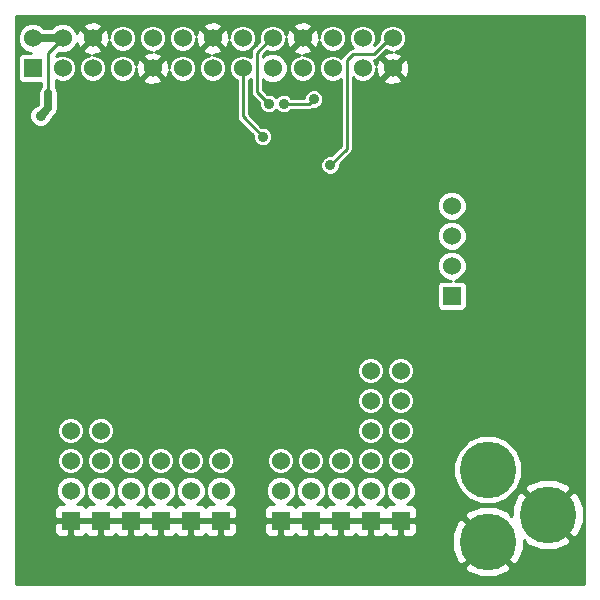
<source format=gbl>
G04 (created by PCBNEW (2013-04-19 BZR 4011)-stable) date 30/06/2014 16:58:49*
%MOIN*%
G04 Gerber Fmt 3.4, Leading zero omitted, Abs format*
%FSLAX34Y34*%
G01*
G70*
G90*
G04 APERTURE LIST*
%ADD10C,0*%
%ADD11R,0.06X0.06*%
%ADD12C,0.06*%
%ADD13C,0.189*%
%ADD14C,0.035*%
%ADD15C,0.025*%
%ADD16C,0.01*%
G04 APERTURE END LIST*
G54D10*
G54D11*
X728Y-1917D03*
G54D12*
X728Y-917D03*
X1728Y-1917D03*
X1728Y-917D03*
X2728Y-1917D03*
X2728Y-917D03*
X3728Y-1917D03*
X3728Y-917D03*
X4728Y-1917D03*
X4728Y-917D03*
X5728Y-1917D03*
X5728Y-917D03*
X6728Y-1917D03*
X6728Y-917D03*
X7728Y-1917D03*
X7728Y-917D03*
X8728Y-1917D03*
X8728Y-917D03*
X9728Y-1917D03*
X9728Y-917D03*
X10728Y-1917D03*
X10728Y-917D03*
X11728Y-1917D03*
X11728Y-917D03*
X12728Y-1917D03*
X12728Y-917D03*
G54D11*
X3000Y-17000D03*
G54D12*
X3000Y-16000D03*
X3000Y-15000D03*
X3000Y-14000D03*
G54D11*
X4000Y-17000D03*
G54D12*
X4000Y-16000D03*
X4000Y-15000D03*
G54D11*
X6000Y-17000D03*
G54D12*
X6000Y-16000D03*
X6000Y-15000D03*
G54D11*
X9000Y-17000D03*
G54D12*
X9000Y-16000D03*
X9000Y-15000D03*
G54D11*
X11000Y-17000D03*
G54D12*
X11000Y-16000D03*
X11000Y-15000D03*
G54D11*
X7000Y-17000D03*
G54D12*
X7000Y-16000D03*
X7000Y-15000D03*
G54D11*
X10000Y-17000D03*
G54D12*
X10000Y-16000D03*
X10000Y-15000D03*
G54D11*
X13000Y-17000D03*
G54D12*
X13000Y-16000D03*
X13000Y-15000D03*
X13000Y-14000D03*
X13000Y-13000D03*
X13000Y-12000D03*
G54D11*
X2000Y-17000D03*
G54D12*
X2000Y-16000D03*
X2000Y-15000D03*
X2000Y-14000D03*
G54D11*
X5000Y-17000D03*
G54D12*
X5000Y-16000D03*
X5000Y-15000D03*
G54D11*
X12000Y-17000D03*
G54D12*
X12000Y-16000D03*
X12000Y-15000D03*
X12000Y-14000D03*
X12000Y-13000D03*
X12000Y-12000D03*
G54D11*
X14700Y-9500D03*
G54D12*
X14700Y-8500D03*
X14700Y-7500D03*
X14700Y-6500D03*
G54D13*
X15900Y-17700D03*
X15900Y-15300D03*
X17900Y-16800D03*
G54D14*
X15050Y-12500D03*
X2300Y-6400D03*
X7200Y-6400D03*
X8200Y-9700D03*
X12800Y-9000D03*
X3500Y-9800D03*
X8400Y-4200D03*
X9100Y-3100D03*
X10100Y-2950D03*
X8600Y-3100D03*
X1000Y-3500D03*
X10650Y-5150D03*
G54D15*
X15050Y-12500D02*
X15000Y-12500D01*
G54D16*
X7728Y-3528D02*
X7728Y-1917D01*
X8400Y-4200D02*
X7728Y-3528D01*
X9950Y-3100D02*
X9100Y-3100D01*
X10100Y-2950D02*
X9950Y-3100D01*
X8728Y-917D02*
X8682Y-917D01*
X8200Y-2700D02*
X8600Y-3100D01*
X8200Y-1400D02*
X8200Y-2700D01*
X8682Y-917D02*
X8200Y-1400D01*
X1728Y-917D02*
X1728Y-921D01*
X1728Y-921D02*
X1250Y-1400D01*
X1250Y-1400D02*
X1250Y-2750D01*
G54D15*
X1728Y-917D02*
X728Y-917D01*
X1000Y-3500D02*
X1250Y-3250D01*
X1250Y-3250D02*
X1250Y-2750D01*
G54D16*
X1250Y-1400D02*
X1250Y-2750D01*
X1250Y-2750D02*
X1250Y-3250D01*
X11800Y-1450D02*
X11400Y-1450D01*
X11400Y-1450D02*
X11200Y-1650D01*
X12728Y-917D02*
X12632Y-917D01*
X12632Y-917D02*
X12100Y-1450D01*
X11200Y-4600D02*
X10650Y-5150D01*
X11200Y-1650D02*
X11200Y-4600D01*
X12100Y-1450D02*
X11800Y-1450D01*
G54D10*
G36*
X19121Y-19121D02*
X19095Y-19121D01*
X19095Y-17035D01*
X19094Y-16560D01*
X18914Y-16124D01*
X18751Y-16018D01*
X18681Y-16089D01*
X18681Y-15948D01*
X18575Y-15785D01*
X18135Y-15604D01*
X17660Y-15605D01*
X17224Y-15785D01*
X17118Y-15948D01*
X17900Y-16729D01*
X18681Y-15948D01*
X18681Y-16089D01*
X17970Y-16800D01*
X18751Y-17581D01*
X18914Y-17475D01*
X19095Y-17035D01*
X19095Y-19121D01*
X18681Y-19121D01*
X18681Y-17651D01*
X17900Y-16870D01*
X17894Y-16876D01*
X17829Y-16811D01*
X17823Y-16805D01*
X17829Y-16800D01*
X17048Y-16018D01*
X17045Y-16020D01*
X17045Y-15073D01*
X16871Y-14652D01*
X16549Y-14329D01*
X16128Y-14155D01*
X15673Y-14154D01*
X15252Y-14328D01*
X15200Y-14380D01*
X15200Y-8400D01*
X15200Y-7400D01*
X15200Y-6400D01*
X15124Y-6217D01*
X14983Y-6076D01*
X14799Y-6000D01*
X14600Y-5999D01*
X14417Y-6075D01*
X14276Y-6216D01*
X14200Y-6400D01*
X14199Y-6599D01*
X14275Y-6782D01*
X14416Y-6923D01*
X14600Y-6999D01*
X14799Y-7000D01*
X14982Y-6924D01*
X15123Y-6783D01*
X15199Y-6599D01*
X15200Y-6400D01*
X15200Y-7400D01*
X15124Y-7217D01*
X14983Y-7076D01*
X14799Y-7000D01*
X14600Y-6999D01*
X14417Y-7075D01*
X14276Y-7216D01*
X14200Y-7400D01*
X14199Y-7599D01*
X14275Y-7782D01*
X14416Y-7923D01*
X14600Y-7999D01*
X14799Y-8000D01*
X14982Y-7924D01*
X15123Y-7783D01*
X15199Y-7599D01*
X15200Y-7400D01*
X15200Y-8400D01*
X15124Y-8217D01*
X14983Y-8076D01*
X14799Y-8000D01*
X14600Y-7999D01*
X14417Y-8075D01*
X14276Y-8216D01*
X14200Y-8400D01*
X14199Y-8599D01*
X14275Y-8782D01*
X14416Y-8923D01*
X14600Y-8999D01*
X14660Y-8999D01*
X14360Y-8999D01*
X14286Y-9030D01*
X14230Y-9086D01*
X14200Y-9160D01*
X14199Y-9239D01*
X14199Y-9839D01*
X14230Y-9913D01*
X14286Y-9969D01*
X14360Y-9999D01*
X14439Y-10000D01*
X15039Y-10000D01*
X15113Y-9969D01*
X15169Y-9913D01*
X15199Y-9839D01*
X15200Y-9760D01*
X15200Y-9160D01*
X15169Y-9086D01*
X15113Y-9030D01*
X15039Y-9000D01*
X14960Y-8999D01*
X14799Y-8999D01*
X14982Y-8924D01*
X15123Y-8783D01*
X15199Y-8599D01*
X15200Y-8400D01*
X15200Y-14380D01*
X14929Y-14650D01*
X14755Y-15071D01*
X14754Y-15526D01*
X14928Y-15947D01*
X15250Y-16270D01*
X15671Y-16444D01*
X16126Y-16445D01*
X16547Y-16271D01*
X16870Y-15949D01*
X17044Y-15528D01*
X17045Y-15073D01*
X17045Y-16020D01*
X16885Y-16124D01*
X16704Y-16564D01*
X16705Y-16824D01*
X16681Y-16848D01*
X16575Y-16685D01*
X16135Y-16504D01*
X15660Y-16505D01*
X15224Y-16685D01*
X15118Y-16848D01*
X15900Y-17629D01*
X15905Y-17623D01*
X15976Y-17694D01*
X15970Y-17700D01*
X16751Y-18481D01*
X16914Y-18375D01*
X17095Y-17935D01*
X17094Y-17675D01*
X17118Y-17651D01*
X17224Y-17814D01*
X17664Y-17995D01*
X18139Y-17994D01*
X18575Y-17814D01*
X18681Y-17651D01*
X18681Y-19121D01*
X16681Y-19121D01*
X16681Y-18551D01*
X15900Y-17770D01*
X15829Y-17841D01*
X15829Y-17700D01*
X15048Y-16918D01*
X14885Y-17024D01*
X14704Y-17464D01*
X14705Y-17939D01*
X14885Y-18375D01*
X15048Y-18481D01*
X15829Y-17700D01*
X15829Y-17841D01*
X15118Y-18551D01*
X15224Y-18714D01*
X15664Y-18895D01*
X16139Y-18894D01*
X16575Y-18714D01*
X16681Y-18551D01*
X16681Y-19121D01*
X13550Y-19121D01*
X13550Y-17349D01*
X13550Y-16650D01*
X13512Y-16558D01*
X13441Y-16488D01*
X13349Y-16450D01*
X13250Y-16449D01*
X13220Y-16449D01*
X13282Y-16424D01*
X13423Y-16283D01*
X13499Y-16099D01*
X13500Y-15900D01*
X13450Y-15779D01*
X13450Y-14910D01*
X13450Y-13910D01*
X13450Y-12910D01*
X13450Y-11910D01*
X13381Y-11745D01*
X13283Y-11646D01*
X13283Y-1999D01*
X13272Y-1780D01*
X13209Y-1629D01*
X13178Y-1620D01*
X13178Y-828D01*
X13110Y-662D01*
X12983Y-536D01*
X12818Y-467D01*
X12639Y-467D01*
X12473Y-535D01*
X12347Y-662D01*
X12278Y-827D01*
X12278Y-988D01*
X12120Y-1146D01*
X12178Y-1007D01*
X12178Y-828D01*
X12110Y-662D01*
X11983Y-536D01*
X11818Y-467D01*
X11639Y-467D01*
X11473Y-535D01*
X11347Y-662D01*
X11278Y-827D01*
X11278Y-1006D01*
X11346Y-1171D01*
X11424Y-1250D01*
X11400Y-1250D01*
X11323Y-1265D01*
X11301Y-1279D01*
X11258Y-1308D01*
X11178Y-1388D01*
X11178Y-828D01*
X11110Y-662D01*
X10983Y-536D01*
X10818Y-467D01*
X10639Y-467D01*
X10473Y-535D01*
X10347Y-662D01*
X10278Y-827D01*
X10278Y-903D01*
X10272Y-780D01*
X10209Y-629D01*
X10114Y-602D01*
X10043Y-672D01*
X10043Y-531D01*
X10016Y-436D01*
X9810Y-362D01*
X9591Y-373D01*
X9440Y-436D01*
X9413Y-531D01*
X9728Y-846D01*
X10043Y-531D01*
X10043Y-672D01*
X9799Y-917D01*
X10114Y-1232D01*
X10209Y-1205D01*
X10279Y-1009D01*
X10346Y-1171D01*
X10473Y-1298D01*
X10638Y-1367D01*
X10817Y-1367D01*
X10982Y-1299D01*
X11109Y-1172D01*
X11178Y-1007D01*
X11178Y-828D01*
X11178Y-1388D01*
X11058Y-1508D01*
X11017Y-1570D01*
X10983Y-1536D01*
X10818Y-1467D01*
X10639Y-1467D01*
X10473Y-1535D01*
X10347Y-1662D01*
X10278Y-1827D01*
X10278Y-2006D01*
X10346Y-2171D01*
X10473Y-2298D01*
X10638Y-2367D01*
X10817Y-2367D01*
X10982Y-2299D01*
X11000Y-2281D01*
X11000Y-4517D01*
X10692Y-4825D01*
X10585Y-4824D01*
X10466Y-4874D01*
X10425Y-4915D01*
X10425Y-2885D01*
X10375Y-2766D01*
X10284Y-2674D01*
X10178Y-2630D01*
X10178Y-1828D01*
X10110Y-1662D01*
X9983Y-1536D01*
X9818Y-1467D01*
X9741Y-1467D01*
X9865Y-1461D01*
X10016Y-1398D01*
X10043Y-1303D01*
X9728Y-988D01*
X9413Y-1303D01*
X9440Y-1398D01*
X9636Y-1468D01*
X9473Y-1535D01*
X9347Y-1662D01*
X9278Y-1827D01*
X9278Y-2006D01*
X9346Y-2171D01*
X9473Y-2298D01*
X9638Y-2367D01*
X9817Y-2367D01*
X9982Y-2299D01*
X10109Y-2172D01*
X10178Y-2007D01*
X10178Y-1828D01*
X10178Y-2630D01*
X10164Y-2625D01*
X10035Y-2624D01*
X9916Y-2674D01*
X9824Y-2765D01*
X9775Y-2885D01*
X9775Y-2900D01*
X9359Y-2900D01*
X9284Y-2824D01*
X9164Y-2775D01*
X9035Y-2774D01*
X8916Y-2824D01*
X8849Y-2890D01*
X8784Y-2824D01*
X8664Y-2775D01*
X8557Y-2774D01*
X8400Y-2617D01*
X8400Y-2296D01*
X8444Y-2340D01*
X8628Y-2417D01*
X8827Y-2417D01*
X9011Y-2341D01*
X9151Y-2200D01*
X9228Y-2017D01*
X9228Y-1818D01*
X9152Y-1634D01*
X9011Y-1493D01*
X8828Y-1417D01*
X8629Y-1417D01*
X8445Y-1493D01*
X8400Y-1538D01*
X8400Y-1482D01*
X8551Y-1331D01*
X8638Y-1367D01*
X8817Y-1367D01*
X8982Y-1299D01*
X9109Y-1172D01*
X9178Y-1007D01*
X9178Y-930D01*
X9184Y-1054D01*
X9247Y-1205D01*
X9342Y-1232D01*
X9657Y-917D01*
X9342Y-602D01*
X9247Y-629D01*
X9177Y-825D01*
X9110Y-662D01*
X8983Y-536D01*
X8818Y-467D01*
X8639Y-467D01*
X8473Y-535D01*
X8347Y-662D01*
X8278Y-827D01*
X8278Y-1006D01*
X8287Y-1029D01*
X8178Y-1138D01*
X8178Y-828D01*
X8110Y-662D01*
X7983Y-536D01*
X7818Y-467D01*
X7639Y-467D01*
X7473Y-535D01*
X7347Y-662D01*
X7278Y-827D01*
X7278Y-903D01*
X7272Y-780D01*
X7209Y-629D01*
X7114Y-602D01*
X7043Y-672D01*
X7043Y-531D01*
X7016Y-436D01*
X6810Y-362D01*
X6591Y-373D01*
X6440Y-436D01*
X6413Y-531D01*
X6728Y-846D01*
X7043Y-531D01*
X7043Y-672D01*
X6799Y-917D01*
X7114Y-1232D01*
X7209Y-1205D01*
X7279Y-1009D01*
X7346Y-1171D01*
X7473Y-1298D01*
X7638Y-1367D01*
X7817Y-1367D01*
X7982Y-1299D01*
X8109Y-1172D01*
X8178Y-1007D01*
X8178Y-828D01*
X8178Y-1138D01*
X8058Y-1258D01*
X8015Y-1323D01*
X8000Y-1400D01*
X8000Y-1552D01*
X7983Y-1536D01*
X7818Y-1467D01*
X7639Y-1467D01*
X7473Y-1535D01*
X7347Y-1662D01*
X7278Y-1827D01*
X7278Y-2006D01*
X7346Y-2171D01*
X7473Y-2298D01*
X7528Y-2321D01*
X7528Y-3528D01*
X7543Y-3604D01*
X7586Y-3669D01*
X8075Y-4157D01*
X8074Y-4264D01*
X8124Y-4383D01*
X8215Y-4475D01*
X8335Y-4524D01*
X8464Y-4525D01*
X8583Y-4475D01*
X8675Y-4384D01*
X8724Y-4264D01*
X8725Y-4135D01*
X8675Y-4016D01*
X8584Y-3924D01*
X8464Y-3875D01*
X8357Y-3874D01*
X7928Y-3445D01*
X7928Y-2321D01*
X7982Y-2299D01*
X8000Y-2281D01*
X8000Y-2700D01*
X8015Y-2776D01*
X8058Y-2841D01*
X8275Y-3057D01*
X8274Y-3164D01*
X8324Y-3283D01*
X8415Y-3375D01*
X8535Y-3424D01*
X8664Y-3425D01*
X8783Y-3375D01*
X8850Y-3309D01*
X8915Y-3375D01*
X9035Y-3424D01*
X9164Y-3425D01*
X9283Y-3375D01*
X9359Y-3300D01*
X9950Y-3300D01*
X10026Y-3284D01*
X10041Y-3274D01*
X10164Y-3275D01*
X10283Y-3225D01*
X10375Y-3134D01*
X10424Y-3014D01*
X10425Y-2885D01*
X10425Y-4915D01*
X10374Y-4965D01*
X10325Y-5085D01*
X10324Y-5214D01*
X10374Y-5333D01*
X10465Y-5425D01*
X10585Y-5474D01*
X10714Y-5475D01*
X10833Y-5425D01*
X10925Y-5334D01*
X10974Y-5214D01*
X10975Y-5107D01*
X11341Y-4741D01*
X11384Y-4676D01*
X11384Y-4676D01*
X11387Y-4663D01*
X11399Y-4600D01*
X11400Y-4600D01*
X11400Y-2225D01*
X11473Y-2298D01*
X11638Y-2367D01*
X11817Y-2367D01*
X11982Y-2299D01*
X12109Y-2172D01*
X12178Y-2007D01*
X12178Y-1930D01*
X12184Y-2054D01*
X12247Y-2205D01*
X12342Y-2232D01*
X12657Y-1917D01*
X12342Y-1602D01*
X12247Y-1629D01*
X12177Y-1825D01*
X12110Y-1662D01*
X12097Y-1650D01*
X12100Y-1650D01*
X12176Y-1634D01*
X12241Y-1591D01*
X12516Y-1316D01*
X12638Y-1367D01*
X12714Y-1367D01*
X12591Y-1373D01*
X12440Y-1436D01*
X12413Y-1531D01*
X12728Y-1846D01*
X13043Y-1531D01*
X13016Y-1436D01*
X12820Y-1366D01*
X12982Y-1299D01*
X13109Y-1172D01*
X13178Y-1007D01*
X13178Y-828D01*
X13178Y-1620D01*
X13114Y-1602D01*
X12799Y-1917D01*
X13114Y-2232D01*
X13209Y-2205D01*
X13283Y-1999D01*
X13283Y-11646D01*
X13255Y-11618D01*
X13089Y-11550D01*
X13043Y-11550D01*
X13043Y-2303D01*
X12728Y-1988D01*
X12413Y-2303D01*
X12440Y-2398D01*
X12646Y-2472D01*
X12865Y-2461D01*
X13016Y-2398D01*
X13043Y-2303D01*
X13043Y-11550D01*
X12910Y-11549D01*
X12745Y-11618D01*
X12618Y-11744D01*
X12550Y-11910D01*
X12549Y-12089D01*
X12618Y-12254D01*
X12744Y-12381D01*
X12910Y-12449D01*
X13089Y-12450D01*
X13254Y-12381D01*
X13381Y-12255D01*
X13449Y-12089D01*
X13450Y-11910D01*
X13450Y-12910D01*
X13381Y-12745D01*
X13255Y-12618D01*
X13089Y-12550D01*
X12910Y-12549D01*
X12745Y-12618D01*
X12618Y-12744D01*
X12550Y-12910D01*
X12549Y-13089D01*
X12618Y-13254D01*
X12744Y-13381D01*
X12910Y-13449D01*
X13089Y-13450D01*
X13254Y-13381D01*
X13381Y-13255D01*
X13449Y-13089D01*
X13450Y-12910D01*
X13450Y-13910D01*
X13381Y-13745D01*
X13255Y-13618D01*
X13089Y-13550D01*
X12910Y-13549D01*
X12745Y-13618D01*
X12618Y-13744D01*
X12550Y-13910D01*
X12549Y-14089D01*
X12618Y-14254D01*
X12744Y-14381D01*
X12910Y-14449D01*
X13089Y-14450D01*
X13254Y-14381D01*
X13381Y-14255D01*
X13449Y-14089D01*
X13450Y-13910D01*
X13450Y-14910D01*
X13381Y-14745D01*
X13255Y-14618D01*
X13089Y-14550D01*
X12910Y-14549D01*
X12745Y-14618D01*
X12618Y-14744D01*
X12550Y-14910D01*
X12549Y-15089D01*
X12618Y-15254D01*
X12744Y-15381D01*
X12910Y-15449D01*
X13089Y-15450D01*
X13254Y-15381D01*
X13381Y-15255D01*
X13449Y-15089D01*
X13450Y-14910D01*
X13450Y-15779D01*
X13424Y-15717D01*
X13283Y-15576D01*
X13099Y-15500D01*
X12900Y-15499D01*
X12717Y-15575D01*
X12576Y-15716D01*
X12500Y-15900D01*
X12499Y-16099D01*
X12575Y-16282D01*
X12716Y-16423D01*
X12779Y-16449D01*
X12749Y-16449D01*
X12650Y-16450D01*
X12558Y-16488D01*
X12500Y-16546D01*
X12441Y-16488D01*
X12349Y-16450D01*
X12250Y-16449D01*
X12220Y-16449D01*
X12282Y-16424D01*
X12423Y-16283D01*
X12499Y-16099D01*
X12500Y-15900D01*
X12450Y-15779D01*
X12450Y-14910D01*
X12450Y-13910D01*
X12450Y-12910D01*
X12450Y-11910D01*
X12381Y-11745D01*
X12255Y-11618D01*
X12089Y-11550D01*
X11910Y-11549D01*
X11745Y-11618D01*
X11618Y-11744D01*
X11550Y-11910D01*
X11549Y-12089D01*
X11618Y-12254D01*
X11744Y-12381D01*
X11910Y-12449D01*
X12089Y-12450D01*
X12254Y-12381D01*
X12381Y-12255D01*
X12449Y-12089D01*
X12450Y-11910D01*
X12450Y-12910D01*
X12381Y-12745D01*
X12255Y-12618D01*
X12089Y-12550D01*
X11910Y-12549D01*
X11745Y-12618D01*
X11618Y-12744D01*
X11550Y-12910D01*
X11549Y-13089D01*
X11618Y-13254D01*
X11744Y-13381D01*
X11910Y-13449D01*
X12089Y-13450D01*
X12254Y-13381D01*
X12381Y-13255D01*
X12449Y-13089D01*
X12450Y-12910D01*
X12450Y-13910D01*
X12381Y-13745D01*
X12255Y-13618D01*
X12089Y-13550D01*
X11910Y-13549D01*
X11745Y-13618D01*
X11618Y-13744D01*
X11550Y-13910D01*
X11549Y-14089D01*
X11618Y-14254D01*
X11744Y-14381D01*
X11910Y-14449D01*
X12089Y-14450D01*
X12254Y-14381D01*
X12381Y-14255D01*
X12449Y-14089D01*
X12450Y-13910D01*
X12450Y-14910D01*
X12381Y-14745D01*
X12255Y-14618D01*
X12089Y-14550D01*
X11910Y-14549D01*
X11745Y-14618D01*
X11618Y-14744D01*
X11550Y-14910D01*
X11549Y-15089D01*
X11618Y-15254D01*
X11744Y-15381D01*
X11910Y-15449D01*
X12089Y-15450D01*
X12254Y-15381D01*
X12381Y-15255D01*
X12449Y-15089D01*
X12450Y-14910D01*
X12450Y-15779D01*
X12424Y-15717D01*
X12283Y-15576D01*
X12099Y-15500D01*
X11900Y-15499D01*
X11717Y-15575D01*
X11576Y-15716D01*
X11500Y-15900D01*
X11499Y-16099D01*
X11575Y-16282D01*
X11716Y-16423D01*
X11779Y-16449D01*
X11749Y-16449D01*
X11650Y-16450D01*
X11558Y-16488D01*
X11500Y-16546D01*
X11441Y-16488D01*
X11349Y-16450D01*
X11250Y-16449D01*
X11220Y-16449D01*
X11282Y-16424D01*
X11423Y-16283D01*
X11499Y-16099D01*
X11500Y-15900D01*
X11450Y-15779D01*
X11450Y-14910D01*
X11381Y-14745D01*
X11255Y-14618D01*
X11089Y-14550D01*
X10910Y-14549D01*
X10745Y-14618D01*
X10618Y-14744D01*
X10550Y-14910D01*
X10549Y-15089D01*
X10618Y-15254D01*
X10744Y-15381D01*
X10910Y-15449D01*
X11089Y-15450D01*
X11254Y-15381D01*
X11381Y-15255D01*
X11449Y-15089D01*
X11450Y-14910D01*
X11450Y-15779D01*
X11424Y-15717D01*
X11283Y-15576D01*
X11099Y-15500D01*
X10900Y-15499D01*
X10717Y-15575D01*
X10576Y-15716D01*
X10500Y-15900D01*
X10499Y-16099D01*
X10575Y-16282D01*
X10716Y-16423D01*
X10779Y-16449D01*
X10749Y-16449D01*
X10650Y-16450D01*
X10558Y-16488D01*
X10500Y-16546D01*
X10441Y-16488D01*
X10349Y-16450D01*
X10250Y-16449D01*
X10220Y-16449D01*
X10282Y-16424D01*
X10423Y-16283D01*
X10499Y-16099D01*
X10500Y-15900D01*
X10450Y-15779D01*
X10450Y-14910D01*
X10381Y-14745D01*
X10255Y-14618D01*
X10089Y-14550D01*
X9910Y-14549D01*
X9745Y-14618D01*
X9618Y-14744D01*
X9550Y-14910D01*
X9549Y-15089D01*
X9618Y-15254D01*
X9744Y-15381D01*
X9910Y-15449D01*
X10089Y-15450D01*
X10254Y-15381D01*
X10381Y-15255D01*
X10449Y-15089D01*
X10450Y-14910D01*
X10450Y-15779D01*
X10424Y-15717D01*
X10283Y-15576D01*
X10099Y-15500D01*
X9900Y-15499D01*
X9717Y-15575D01*
X9576Y-15716D01*
X9500Y-15900D01*
X9499Y-16099D01*
X9575Y-16282D01*
X9716Y-16423D01*
X9779Y-16449D01*
X9749Y-16449D01*
X9650Y-16450D01*
X9558Y-16488D01*
X9500Y-16546D01*
X9441Y-16488D01*
X9349Y-16450D01*
X9250Y-16449D01*
X9220Y-16449D01*
X9282Y-16424D01*
X9423Y-16283D01*
X9499Y-16099D01*
X9500Y-15900D01*
X9450Y-15779D01*
X9450Y-14910D01*
X9381Y-14745D01*
X9255Y-14618D01*
X9089Y-14550D01*
X8910Y-14549D01*
X8745Y-14618D01*
X8618Y-14744D01*
X8550Y-14910D01*
X8549Y-15089D01*
X8618Y-15254D01*
X8744Y-15381D01*
X8910Y-15449D01*
X9089Y-15450D01*
X9254Y-15381D01*
X9381Y-15255D01*
X9449Y-15089D01*
X9450Y-14910D01*
X9450Y-15779D01*
X9424Y-15717D01*
X9283Y-15576D01*
X9099Y-15500D01*
X8900Y-15499D01*
X8717Y-15575D01*
X8576Y-15716D01*
X8500Y-15900D01*
X8499Y-16099D01*
X8575Y-16282D01*
X8716Y-16423D01*
X8779Y-16449D01*
X8749Y-16449D01*
X8650Y-16450D01*
X8558Y-16488D01*
X8487Y-16558D01*
X8449Y-16650D01*
X8450Y-16887D01*
X8512Y-16950D01*
X8950Y-16950D01*
X8950Y-16942D01*
X9050Y-16942D01*
X9050Y-16950D01*
X9487Y-16950D01*
X9500Y-16937D01*
X9512Y-16950D01*
X9950Y-16950D01*
X9950Y-16942D01*
X10050Y-16942D01*
X10050Y-16950D01*
X10487Y-16950D01*
X10500Y-16937D01*
X10512Y-16950D01*
X10950Y-16950D01*
X10950Y-16942D01*
X11050Y-16942D01*
X11050Y-16950D01*
X11487Y-16950D01*
X11500Y-16937D01*
X11512Y-16950D01*
X11950Y-16950D01*
X11950Y-16942D01*
X12050Y-16942D01*
X12050Y-16950D01*
X12487Y-16950D01*
X12500Y-16937D01*
X12512Y-16950D01*
X12950Y-16950D01*
X12950Y-16942D01*
X13050Y-16942D01*
X13050Y-16950D01*
X13487Y-16950D01*
X13550Y-16887D01*
X13550Y-16650D01*
X13550Y-17349D01*
X13550Y-17112D01*
X13487Y-17050D01*
X13050Y-17050D01*
X13050Y-17487D01*
X13112Y-17550D01*
X13250Y-17550D01*
X13349Y-17549D01*
X13441Y-17511D01*
X13512Y-17441D01*
X13550Y-17349D01*
X13550Y-19121D01*
X12950Y-19121D01*
X12950Y-17487D01*
X12950Y-17050D01*
X12512Y-17050D01*
X12500Y-17062D01*
X12487Y-17050D01*
X12050Y-17050D01*
X12050Y-17487D01*
X12112Y-17550D01*
X12250Y-17550D01*
X12349Y-17549D01*
X12441Y-17511D01*
X12500Y-17453D01*
X12558Y-17511D01*
X12650Y-17549D01*
X12749Y-17550D01*
X12887Y-17550D01*
X12950Y-17487D01*
X12950Y-19121D01*
X11950Y-19121D01*
X11950Y-17487D01*
X11950Y-17050D01*
X11512Y-17050D01*
X11500Y-17062D01*
X11487Y-17050D01*
X11050Y-17050D01*
X11050Y-17487D01*
X11112Y-17550D01*
X11250Y-17550D01*
X11349Y-17549D01*
X11441Y-17511D01*
X11500Y-17453D01*
X11558Y-17511D01*
X11650Y-17549D01*
X11749Y-17550D01*
X11887Y-17550D01*
X11950Y-17487D01*
X11950Y-19121D01*
X10950Y-19121D01*
X10950Y-17487D01*
X10950Y-17050D01*
X10512Y-17050D01*
X10500Y-17062D01*
X10487Y-17050D01*
X10050Y-17050D01*
X10050Y-17487D01*
X10112Y-17550D01*
X10250Y-17550D01*
X10349Y-17549D01*
X10441Y-17511D01*
X10500Y-17453D01*
X10558Y-17511D01*
X10650Y-17549D01*
X10749Y-17550D01*
X10887Y-17550D01*
X10950Y-17487D01*
X10950Y-19121D01*
X9950Y-19121D01*
X9950Y-17487D01*
X9950Y-17050D01*
X9512Y-17050D01*
X9500Y-17062D01*
X9487Y-17050D01*
X9050Y-17050D01*
X9050Y-17487D01*
X9112Y-17550D01*
X9250Y-17550D01*
X9349Y-17549D01*
X9441Y-17511D01*
X9500Y-17453D01*
X9558Y-17511D01*
X9650Y-17549D01*
X9749Y-17550D01*
X9887Y-17550D01*
X9950Y-17487D01*
X9950Y-19121D01*
X8950Y-19121D01*
X8950Y-17487D01*
X8950Y-17050D01*
X8512Y-17050D01*
X8450Y-17112D01*
X8449Y-17349D01*
X8487Y-17441D01*
X8558Y-17511D01*
X8650Y-17549D01*
X8749Y-17550D01*
X8887Y-17550D01*
X8950Y-17487D01*
X8950Y-19121D01*
X7550Y-19121D01*
X7550Y-17349D01*
X7550Y-16650D01*
X7512Y-16558D01*
X7441Y-16488D01*
X7349Y-16450D01*
X7250Y-16449D01*
X7220Y-16449D01*
X7282Y-16424D01*
X7423Y-16283D01*
X7499Y-16099D01*
X7500Y-15900D01*
X7450Y-15779D01*
X7450Y-14910D01*
X7381Y-14745D01*
X7255Y-14618D01*
X7178Y-14586D01*
X7178Y-1828D01*
X7110Y-1662D01*
X6983Y-1536D01*
X6818Y-1467D01*
X6741Y-1467D01*
X6865Y-1461D01*
X7016Y-1398D01*
X7043Y-1303D01*
X6728Y-988D01*
X6657Y-1058D01*
X6657Y-917D01*
X6342Y-602D01*
X6247Y-629D01*
X6177Y-825D01*
X6110Y-662D01*
X5983Y-536D01*
X5818Y-467D01*
X5639Y-467D01*
X5473Y-535D01*
X5347Y-662D01*
X5278Y-827D01*
X5278Y-1006D01*
X5346Y-1171D01*
X5473Y-1298D01*
X5638Y-1367D01*
X5817Y-1367D01*
X5982Y-1299D01*
X6109Y-1172D01*
X6178Y-1007D01*
X6178Y-930D01*
X6184Y-1054D01*
X6247Y-1205D01*
X6342Y-1232D01*
X6657Y-917D01*
X6657Y-1058D01*
X6413Y-1303D01*
X6440Y-1398D01*
X6636Y-1468D01*
X6473Y-1535D01*
X6347Y-1662D01*
X6278Y-1827D01*
X6278Y-2006D01*
X6346Y-2171D01*
X6473Y-2298D01*
X6638Y-2367D01*
X6817Y-2367D01*
X6982Y-2299D01*
X7109Y-2172D01*
X7178Y-2007D01*
X7178Y-1828D01*
X7178Y-14586D01*
X7089Y-14550D01*
X6910Y-14549D01*
X6745Y-14618D01*
X6618Y-14744D01*
X6550Y-14910D01*
X6549Y-15089D01*
X6618Y-15254D01*
X6744Y-15381D01*
X6910Y-15449D01*
X7089Y-15450D01*
X7254Y-15381D01*
X7381Y-15255D01*
X7449Y-15089D01*
X7450Y-14910D01*
X7450Y-15779D01*
X7424Y-15717D01*
X7283Y-15576D01*
X7099Y-15500D01*
X6900Y-15499D01*
X6717Y-15575D01*
X6576Y-15716D01*
X6500Y-15900D01*
X6499Y-16099D01*
X6575Y-16282D01*
X6716Y-16423D01*
X6779Y-16449D01*
X6749Y-16449D01*
X6650Y-16450D01*
X6558Y-16488D01*
X6500Y-16546D01*
X6441Y-16488D01*
X6349Y-16450D01*
X6250Y-16449D01*
X6220Y-16449D01*
X6282Y-16424D01*
X6423Y-16283D01*
X6499Y-16099D01*
X6500Y-15900D01*
X6450Y-15779D01*
X6450Y-14910D01*
X6381Y-14745D01*
X6255Y-14618D01*
X6178Y-14586D01*
X6178Y-1828D01*
X6110Y-1662D01*
X5983Y-1536D01*
X5818Y-1467D01*
X5639Y-1467D01*
X5473Y-1535D01*
X5347Y-1662D01*
X5278Y-1827D01*
X5278Y-1903D01*
X5272Y-1780D01*
X5209Y-1629D01*
X5178Y-1620D01*
X5178Y-828D01*
X5110Y-662D01*
X4983Y-536D01*
X4818Y-467D01*
X4639Y-467D01*
X4473Y-535D01*
X4347Y-662D01*
X4278Y-827D01*
X4278Y-1006D01*
X4346Y-1171D01*
X4473Y-1298D01*
X4638Y-1367D01*
X4714Y-1367D01*
X4591Y-1373D01*
X4440Y-1436D01*
X4413Y-1531D01*
X4728Y-1846D01*
X5043Y-1531D01*
X5016Y-1436D01*
X4820Y-1366D01*
X4982Y-1299D01*
X5109Y-1172D01*
X5178Y-1007D01*
X5178Y-828D01*
X5178Y-1620D01*
X5114Y-1602D01*
X4799Y-1917D01*
X5114Y-2232D01*
X5209Y-2205D01*
X5279Y-2009D01*
X5346Y-2171D01*
X5473Y-2298D01*
X5638Y-2367D01*
X5817Y-2367D01*
X5982Y-2299D01*
X6109Y-2172D01*
X6178Y-2007D01*
X6178Y-1828D01*
X6178Y-14586D01*
X6089Y-14550D01*
X5910Y-14549D01*
X5745Y-14618D01*
X5618Y-14744D01*
X5550Y-14910D01*
X5549Y-15089D01*
X5618Y-15254D01*
X5744Y-15381D01*
X5910Y-15449D01*
X6089Y-15450D01*
X6254Y-15381D01*
X6381Y-15255D01*
X6449Y-15089D01*
X6450Y-14910D01*
X6450Y-15779D01*
X6424Y-15717D01*
X6283Y-15576D01*
X6099Y-15500D01*
X5900Y-15499D01*
X5717Y-15575D01*
X5576Y-15716D01*
X5500Y-15900D01*
X5499Y-16099D01*
X5575Y-16282D01*
X5716Y-16423D01*
X5779Y-16449D01*
X5749Y-16449D01*
X5650Y-16450D01*
X5558Y-16488D01*
X5500Y-16546D01*
X5441Y-16488D01*
X5349Y-16450D01*
X5250Y-16449D01*
X5220Y-16449D01*
X5282Y-16424D01*
X5423Y-16283D01*
X5499Y-16099D01*
X5500Y-15900D01*
X5450Y-15779D01*
X5450Y-14910D01*
X5381Y-14745D01*
X5255Y-14618D01*
X5089Y-14550D01*
X5043Y-14550D01*
X5043Y-2303D01*
X4728Y-1988D01*
X4657Y-2058D01*
X4657Y-1917D01*
X4342Y-1602D01*
X4247Y-1629D01*
X4178Y-1821D01*
X4178Y-828D01*
X4110Y-662D01*
X3983Y-536D01*
X3818Y-467D01*
X3639Y-467D01*
X3473Y-535D01*
X3347Y-662D01*
X3278Y-827D01*
X3278Y-903D01*
X3272Y-780D01*
X3209Y-629D01*
X3114Y-602D01*
X3043Y-672D01*
X3043Y-531D01*
X3016Y-436D01*
X2810Y-362D01*
X2591Y-373D01*
X2440Y-436D01*
X2413Y-531D01*
X2728Y-846D01*
X3043Y-531D01*
X3043Y-672D01*
X2799Y-917D01*
X3114Y-1232D01*
X3209Y-1205D01*
X3279Y-1009D01*
X3346Y-1171D01*
X3473Y-1298D01*
X3638Y-1367D01*
X3817Y-1367D01*
X3982Y-1299D01*
X4109Y-1172D01*
X4178Y-1007D01*
X4178Y-828D01*
X4178Y-1821D01*
X4177Y-1825D01*
X4110Y-1662D01*
X3983Y-1536D01*
X3818Y-1467D01*
X3639Y-1467D01*
X3473Y-1535D01*
X3347Y-1662D01*
X3278Y-1827D01*
X3278Y-2006D01*
X3346Y-2171D01*
X3473Y-2298D01*
X3638Y-2367D01*
X3817Y-2367D01*
X3982Y-2299D01*
X4109Y-2172D01*
X4178Y-2007D01*
X4178Y-1930D01*
X4184Y-2054D01*
X4247Y-2205D01*
X4342Y-2232D01*
X4657Y-1917D01*
X4657Y-2058D01*
X4413Y-2303D01*
X4440Y-2398D01*
X4646Y-2472D01*
X4865Y-2461D01*
X5016Y-2398D01*
X5043Y-2303D01*
X5043Y-14550D01*
X4910Y-14549D01*
X4745Y-14618D01*
X4618Y-14744D01*
X4550Y-14910D01*
X4549Y-15089D01*
X4618Y-15254D01*
X4744Y-15381D01*
X4910Y-15449D01*
X5089Y-15450D01*
X5254Y-15381D01*
X5381Y-15255D01*
X5449Y-15089D01*
X5450Y-14910D01*
X5450Y-15779D01*
X5424Y-15717D01*
X5283Y-15576D01*
X5099Y-15500D01*
X4900Y-15499D01*
X4717Y-15575D01*
X4576Y-15716D01*
X4500Y-15900D01*
X4499Y-16099D01*
X4575Y-16282D01*
X4716Y-16423D01*
X4779Y-16449D01*
X4749Y-16449D01*
X4650Y-16450D01*
X4558Y-16488D01*
X4500Y-16546D01*
X4441Y-16488D01*
X4349Y-16450D01*
X4250Y-16449D01*
X4220Y-16449D01*
X4282Y-16424D01*
X4423Y-16283D01*
X4499Y-16099D01*
X4500Y-15900D01*
X4450Y-15779D01*
X4450Y-14910D01*
X4381Y-14745D01*
X4255Y-14618D01*
X4089Y-14550D01*
X3910Y-14549D01*
X3745Y-14618D01*
X3618Y-14744D01*
X3550Y-14910D01*
X3549Y-15089D01*
X3618Y-15254D01*
X3744Y-15381D01*
X3910Y-15449D01*
X4089Y-15450D01*
X4254Y-15381D01*
X4381Y-15255D01*
X4449Y-15089D01*
X4450Y-14910D01*
X4450Y-15779D01*
X4424Y-15717D01*
X4283Y-15576D01*
X4099Y-15500D01*
X3900Y-15499D01*
X3717Y-15575D01*
X3576Y-15716D01*
X3500Y-15900D01*
X3499Y-16099D01*
X3575Y-16282D01*
X3716Y-16423D01*
X3779Y-16449D01*
X3749Y-16449D01*
X3650Y-16450D01*
X3558Y-16488D01*
X3500Y-16546D01*
X3441Y-16488D01*
X3349Y-16450D01*
X3250Y-16449D01*
X3220Y-16449D01*
X3282Y-16424D01*
X3423Y-16283D01*
X3499Y-16099D01*
X3500Y-15900D01*
X3450Y-15779D01*
X3450Y-14910D01*
X3450Y-13910D01*
X3381Y-13745D01*
X3255Y-13618D01*
X3178Y-13586D01*
X3178Y-1828D01*
X3110Y-1662D01*
X2983Y-1536D01*
X2818Y-1467D01*
X2741Y-1467D01*
X2865Y-1461D01*
X3016Y-1398D01*
X3043Y-1303D01*
X2728Y-988D01*
X2657Y-1058D01*
X2657Y-917D01*
X2342Y-602D01*
X2247Y-629D01*
X2202Y-755D01*
X2152Y-634D01*
X2011Y-493D01*
X1828Y-417D01*
X1629Y-417D01*
X1445Y-493D01*
X1346Y-592D01*
X1110Y-592D01*
X1011Y-493D01*
X828Y-417D01*
X629Y-417D01*
X445Y-493D01*
X304Y-633D01*
X228Y-817D01*
X228Y-1016D01*
X304Y-1200D01*
X444Y-1340D01*
X628Y-1417D01*
X688Y-1417D01*
X388Y-1417D01*
X315Y-1447D01*
X258Y-1503D01*
X228Y-1577D01*
X228Y-1656D01*
X228Y-2256D01*
X258Y-2330D01*
X314Y-2386D01*
X388Y-2417D01*
X467Y-2417D01*
X1000Y-2417D01*
X1000Y-2550D01*
X949Y-2625D01*
X925Y-2750D01*
X925Y-3115D01*
X908Y-3132D01*
X787Y-3181D01*
X682Y-3287D01*
X625Y-3425D01*
X624Y-3574D01*
X681Y-3712D01*
X787Y-3817D01*
X925Y-3874D01*
X1074Y-3875D01*
X1212Y-3818D01*
X1317Y-3712D01*
X1368Y-3591D01*
X1479Y-3479D01*
X1479Y-3479D01*
X1479Y-3479D01*
X1550Y-3374D01*
X1550Y-3374D01*
X1575Y-3250D01*
X1575Y-2750D01*
X1550Y-2625D01*
X1500Y-2550D01*
X1500Y-2309D01*
X1638Y-2367D01*
X1817Y-2367D01*
X1982Y-2299D01*
X2109Y-2172D01*
X2178Y-2007D01*
X2178Y-1828D01*
X2110Y-1662D01*
X1983Y-1536D01*
X1818Y-1467D01*
X1639Y-1467D01*
X1500Y-1524D01*
X1500Y-1503D01*
X1598Y-1404D01*
X1628Y-1417D01*
X1827Y-1417D01*
X2011Y-1341D01*
X2151Y-1200D01*
X2198Y-1088D01*
X2247Y-1205D01*
X2342Y-1232D01*
X2657Y-917D01*
X2657Y-1058D01*
X2413Y-1303D01*
X2440Y-1398D01*
X2636Y-1468D01*
X2473Y-1535D01*
X2347Y-1662D01*
X2278Y-1827D01*
X2278Y-2006D01*
X2346Y-2171D01*
X2473Y-2298D01*
X2638Y-2367D01*
X2817Y-2367D01*
X2982Y-2299D01*
X3109Y-2172D01*
X3178Y-2007D01*
X3178Y-1828D01*
X3178Y-13586D01*
X3089Y-13550D01*
X2910Y-13549D01*
X2745Y-13618D01*
X2618Y-13744D01*
X2550Y-13910D01*
X2549Y-14089D01*
X2618Y-14254D01*
X2744Y-14381D01*
X2910Y-14449D01*
X3089Y-14450D01*
X3254Y-14381D01*
X3381Y-14255D01*
X3449Y-14089D01*
X3450Y-13910D01*
X3450Y-14910D01*
X3381Y-14745D01*
X3255Y-14618D01*
X3089Y-14550D01*
X2910Y-14549D01*
X2745Y-14618D01*
X2618Y-14744D01*
X2550Y-14910D01*
X2549Y-15089D01*
X2618Y-15254D01*
X2744Y-15381D01*
X2910Y-15449D01*
X3089Y-15450D01*
X3254Y-15381D01*
X3381Y-15255D01*
X3449Y-15089D01*
X3450Y-14910D01*
X3450Y-15779D01*
X3424Y-15717D01*
X3283Y-15576D01*
X3099Y-15500D01*
X2900Y-15499D01*
X2717Y-15575D01*
X2576Y-15716D01*
X2500Y-15900D01*
X2499Y-16099D01*
X2575Y-16282D01*
X2716Y-16423D01*
X2779Y-16449D01*
X2749Y-16449D01*
X2650Y-16450D01*
X2558Y-16488D01*
X2500Y-16546D01*
X2441Y-16488D01*
X2349Y-16450D01*
X2250Y-16449D01*
X2220Y-16449D01*
X2282Y-16424D01*
X2423Y-16283D01*
X2499Y-16099D01*
X2500Y-15900D01*
X2450Y-15779D01*
X2450Y-14910D01*
X2450Y-13910D01*
X2381Y-13745D01*
X2255Y-13618D01*
X2089Y-13550D01*
X1910Y-13549D01*
X1745Y-13618D01*
X1618Y-13744D01*
X1550Y-13910D01*
X1549Y-14089D01*
X1618Y-14254D01*
X1744Y-14381D01*
X1910Y-14449D01*
X2089Y-14450D01*
X2254Y-14381D01*
X2381Y-14255D01*
X2449Y-14089D01*
X2450Y-13910D01*
X2450Y-14910D01*
X2381Y-14745D01*
X2255Y-14618D01*
X2089Y-14550D01*
X1910Y-14549D01*
X1745Y-14618D01*
X1618Y-14744D01*
X1550Y-14910D01*
X1549Y-15089D01*
X1618Y-15254D01*
X1744Y-15381D01*
X1910Y-15449D01*
X2089Y-15450D01*
X2254Y-15381D01*
X2381Y-15255D01*
X2449Y-15089D01*
X2450Y-14910D01*
X2450Y-15779D01*
X2424Y-15717D01*
X2283Y-15576D01*
X2099Y-15500D01*
X1900Y-15499D01*
X1717Y-15575D01*
X1576Y-15716D01*
X1500Y-15900D01*
X1499Y-16099D01*
X1575Y-16282D01*
X1716Y-16423D01*
X1779Y-16449D01*
X1749Y-16449D01*
X1650Y-16450D01*
X1558Y-16488D01*
X1487Y-16558D01*
X1449Y-16650D01*
X1450Y-16887D01*
X1512Y-16950D01*
X1950Y-16950D01*
X1950Y-16942D01*
X2050Y-16942D01*
X2050Y-16950D01*
X2487Y-16950D01*
X2500Y-16937D01*
X2512Y-16950D01*
X2950Y-16950D01*
X2950Y-16942D01*
X3050Y-16942D01*
X3050Y-16950D01*
X3487Y-16950D01*
X3500Y-16937D01*
X3512Y-16950D01*
X3950Y-16950D01*
X3950Y-16942D01*
X4050Y-16942D01*
X4050Y-16950D01*
X4487Y-16950D01*
X4500Y-16937D01*
X4512Y-16950D01*
X4950Y-16950D01*
X4950Y-16942D01*
X5050Y-16942D01*
X5050Y-16950D01*
X5487Y-16950D01*
X5500Y-16937D01*
X5512Y-16950D01*
X5950Y-16950D01*
X5950Y-16942D01*
X6050Y-16942D01*
X6050Y-16950D01*
X6487Y-16950D01*
X6500Y-16937D01*
X6512Y-16950D01*
X6950Y-16950D01*
X6950Y-16942D01*
X7050Y-16942D01*
X7050Y-16950D01*
X7487Y-16950D01*
X7550Y-16887D01*
X7550Y-16650D01*
X7550Y-17349D01*
X7550Y-17112D01*
X7487Y-17050D01*
X7050Y-17050D01*
X7050Y-17487D01*
X7112Y-17550D01*
X7250Y-17550D01*
X7349Y-17549D01*
X7441Y-17511D01*
X7512Y-17441D01*
X7550Y-17349D01*
X7550Y-19121D01*
X6950Y-19121D01*
X6950Y-17487D01*
X6950Y-17050D01*
X6512Y-17050D01*
X6500Y-17062D01*
X6487Y-17050D01*
X6050Y-17050D01*
X6050Y-17487D01*
X6112Y-17550D01*
X6250Y-17550D01*
X6349Y-17549D01*
X6441Y-17511D01*
X6500Y-17453D01*
X6558Y-17511D01*
X6650Y-17549D01*
X6749Y-17550D01*
X6887Y-17550D01*
X6950Y-17487D01*
X6950Y-19121D01*
X5950Y-19121D01*
X5950Y-17487D01*
X5950Y-17050D01*
X5512Y-17050D01*
X5500Y-17062D01*
X5487Y-17050D01*
X5050Y-17050D01*
X5050Y-17487D01*
X5112Y-17550D01*
X5250Y-17550D01*
X5349Y-17549D01*
X5441Y-17511D01*
X5500Y-17453D01*
X5558Y-17511D01*
X5650Y-17549D01*
X5749Y-17550D01*
X5887Y-17550D01*
X5950Y-17487D01*
X5950Y-19121D01*
X4950Y-19121D01*
X4950Y-17487D01*
X4950Y-17050D01*
X4512Y-17050D01*
X4500Y-17062D01*
X4487Y-17050D01*
X4050Y-17050D01*
X4050Y-17487D01*
X4112Y-17550D01*
X4250Y-17550D01*
X4349Y-17549D01*
X4441Y-17511D01*
X4500Y-17453D01*
X4558Y-17511D01*
X4650Y-17549D01*
X4749Y-17550D01*
X4887Y-17550D01*
X4950Y-17487D01*
X4950Y-19121D01*
X3950Y-19121D01*
X3950Y-17487D01*
X3950Y-17050D01*
X3512Y-17050D01*
X3500Y-17062D01*
X3487Y-17050D01*
X3050Y-17050D01*
X3050Y-17487D01*
X3112Y-17550D01*
X3250Y-17550D01*
X3349Y-17549D01*
X3441Y-17511D01*
X3500Y-17453D01*
X3558Y-17511D01*
X3650Y-17549D01*
X3749Y-17550D01*
X3887Y-17550D01*
X3950Y-17487D01*
X3950Y-19121D01*
X2950Y-19121D01*
X2950Y-17487D01*
X2950Y-17050D01*
X2512Y-17050D01*
X2500Y-17062D01*
X2487Y-17050D01*
X2050Y-17050D01*
X2050Y-17487D01*
X2112Y-17550D01*
X2250Y-17550D01*
X2349Y-17549D01*
X2441Y-17511D01*
X2500Y-17453D01*
X2558Y-17511D01*
X2650Y-17549D01*
X2749Y-17550D01*
X2887Y-17550D01*
X2950Y-17487D01*
X2950Y-19121D01*
X1950Y-19121D01*
X1950Y-17487D01*
X1950Y-17050D01*
X1512Y-17050D01*
X1450Y-17112D01*
X1449Y-17349D01*
X1487Y-17441D01*
X1558Y-17511D01*
X1650Y-17549D01*
X1749Y-17550D01*
X1887Y-17550D01*
X1950Y-17487D01*
X1950Y-19121D01*
X169Y-19121D01*
X169Y-169D01*
X19121Y-169D01*
X19121Y-19121D01*
X19121Y-19121D01*
G37*
G54D16*
X19121Y-19121D02*
X19095Y-19121D01*
X19095Y-17035D01*
X19094Y-16560D01*
X18914Y-16124D01*
X18751Y-16018D01*
X18681Y-16089D01*
X18681Y-15948D01*
X18575Y-15785D01*
X18135Y-15604D01*
X17660Y-15605D01*
X17224Y-15785D01*
X17118Y-15948D01*
X17900Y-16729D01*
X18681Y-15948D01*
X18681Y-16089D01*
X17970Y-16800D01*
X18751Y-17581D01*
X18914Y-17475D01*
X19095Y-17035D01*
X19095Y-19121D01*
X18681Y-19121D01*
X18681Y-17651D01*
X17900Y-16870D01*
X17894Y-16876D01*
X17829Y-16811D01*
X17823Y-16805D01*
X17829Y-16800D01*
X17048Y-16018D01*
X17045Y-16020D01*
X17045Y-15073D01*
X16871Y-14652D01*
X16549Y-14329D01*
X16128Y-14155D01*
X15673Y-14154D01*
X15252Y-14328D01*
X15200Y-14380D01*
X15200Y-8400D01*
X15200Y-7400D01*
X15200Y-6400D01*
X15124Y-6217D01*
X14983Y-6076D01*
X14799Y-6000D01*
X14600Y-5999D01*
X14417Y-6075D01*
X14276Y-6216D01*
X14200Y-6400D01*
X14199Y-6599D01*
X14275Y-6782D01*
X14416Y-6923D01*
X14600Y-6999D01*
X14799Y-7000D01*
X14982Y-6924D01*
X15123Y-6783D01*
X15199Y-6599D01*
X15200Y-6400D01*
X15200Y-7400D01*
X15124Y-7217D01*
X14983Y-7076D01*
X14799Y-7000D01*
X14600Y-6999D01*
X14417Y-7075D01*
X14276Y-7216D01*
X14200Y-7400D01*
X14199Y-7599D01*
X14275Y-7782D01*
X14416Y-7923D01*
X14600Y-7999D01*
X14799Y-8000D01*
X14982Y-7924D01*
X15123Y-7783D01*
X15199Y-7599D01*
X15200Y-7400D01*
X15200Y-8400D01*
X15124Y-8217D01*
X14983Y-8076D01*
X14799Y-8000D01*
X14600Y-7999D01*
X14417Y-8075D01*
X14276Y-8216D01*
X14200Y-8400D01*
X14199Y-8599D01*
X14275Y-8782D01*
X14416Y-8923D01*
X14600Y-8999D01*
X14660Y-8999D01*
X14360Y-8999D01*
X14286Y-9030D01*
X14230Y-9086D01*
X14200Y-9160D01*
X14199Y-9239D01*
X14199Y-9839D01*
X14230Y-9913D01*
X14286Y-9969D01*
X14360Y-9999D01*
X14439Y-10000D01*
X15039Y-10000D01*
X15113Y-9969D01*
X15169Y-9913D01*
X15199Y-9839D01*
X15200Y-9760D01*
X15200Y-9160D01*
X15169Y-9086D01*
X15113Y-9030D01*
X15039Y-9000D01*
X14960Y-8999D01*
X14799Y-8999D01*
X14982Y-8924D01*
X15123Y-8783D01*
X15199Y-8599D01*
X15200Y-8400D01*
X15200Y-14380D01*
X14929Y-14650D01*
X14755Y-15071D01*
X14754Y-15526D01*
X14928Y-15947D01*
X15250Y-16270D01*
X15671Y-16444D01*
X16126Y-16445D01*
X16547Y-16271D01*
X16870Y-15949D01*
X17044Y-15528D01*
X17045Y-15073D01*
X17045Y-16020D01*
X16885Y-16124D01*
X16704Y-16564D01*
X16705Y-16824D01*
X16681Y-16848D01*
X16575Y-16685D01*
X16135Y-16504D01*
X15660Y-16505D01*
X15224Y-16685D01*
X15118Y-16848D01*
X15900Y-17629D01*
X15905Y-17623D01*
X15976Y-17694D01*
X15970Y-17700D01*
X16751Y-18481D01*
X16914Y-18375D01*
X17095Y-17935D01*
X17094Y-17675D01*
X17118Y-17651D01*
X17224Y-17814D01*
X17664Y-17995D01*
X18139Y-17994D01*
X18575Y-17814D01*
X18681Y-17651D01*
X18681Y-19121D01*
X16681Y-19121D01*
X16681Y-18551D01*
X15900Y-17770D01*
X15829Y-17841D01*
X15829Y-17700D01*
X15048Y-16918D01*
X14885Y-17024D01*
X14704Y-17464D01*
X14705Y-17939D01*
X14885Y-18375D01*
X15048Y-18481D01*
X15829Y-17700D01*
X15829Y-17841D01*
X15118Y-18551D01*
X15224Y-18714D01*
X15664Y-18895D01*
X16139Y-18894D01*
X16575Y-18714D01*
X16681Y-18551D01*
X16681Y-19121D01*
X13550Y-19121D01*
X13550Y-17349D01*
X13550Y-16650D01*
X13512Y-16558D01*
X13441Y-16488D01*
X13349Y-16450D01*
X13250Y-16449D01*
X13220Y-16449D01*
X13282Y-16424D01*
X13423Y-16283D01*
X13499Y-16099D01*
X13500Y-15900D01*
X13450Y-15779D01*
X13450Y-14910D01*
X13450Y-13910D01*
X13450Y-12910D01*
X13450Y-11910D01*
X13381Y-11745D01*
X13283Y-11646D01*
X13283Y-1999D01*
X13272Y-1780D01*
X13209Y-1629D01*
X13178Y-1620D01*
X13178Y-828D01*
X13110Y-662D01*
X12983Y-536D01*
X12818Y-467D01*
X12639Y-467D01*
X12473Y-535D01*
X12347Y-662D01*
X12278Y-827D01*
X12278Y-988D01*
X12120Y-1146D01*
X12178Y-1007D01*
X12178Y-828D01*
X12110Y-662D01*
X11983Y-536D01*
X11818Y-467D01*
X11639Y-467D01*
X11473Y-535D01*
X11347Y-662D01*
X11278Y-827D01*
X11278Y-1006D01*
X11346Y-1171D01*
X11424Y-1250D01*
X11400Y-1250D01*
X11323Y-1265D01*
X11301Y-1279D01*
X11258Y-1308D01*
X11178Y-1388D01*
X11178Y-828D01*
X11110Y-662D01*
X10983Y-536D01*
X10818Y-467D01*
X10639Y-467D01*
X10473Y-535D01*
X10347Y-662D01*
X10278Y-827D01*
X10278Y-903D01*
X10272Y-780D01*
X10209Y-629D01*
X10114Y-602D01*
X10043Y-672D01*
X10043Y-531D01*
X10016Y-436D01*
X9810Y-362D01*
X9591Y-373D01*
X9440Y-436D01*
X9413Y-531D01*
X9728Y-846D01*
X10043Y-531D01*
X10043Y-672D01*
X9799Y-917D01*
X10114Y-1232D01*
X10209Y-1205D01*
X10279Y-1009D01*
X10346Y-1171D01*
X10473Y-1298D01*
X10638Y-1367D01*
X10817Y-1367D01*
X10982Y-1299D01*
X11109Y-1172D01*
X11178Y-1007D01*
X11178Y-828D01*
X11178Y-1388D01*
X11058Y-1508D01*
X11017Y-1570D01*
X10983Y-1536D01*
X10818Y-1467D01*
X10639Y-1467D01*
X10473Y-1535D01*
X10347Y-1662D01*
X10278Y-1827D01*
X10278Y-2006D01*
X10346Y-2171D01*
X10473Y-2298D01*
X10638Y-2367D01*
X10817Y-2367D01*
X10982Y-2299D01*
X11000Y-2281D01*
X11000Y-4517D01*
X10692Y-4825D01*
X10585Y-4824D01*
X10466Y-4874D01*
X10425Y-4915D01*
X10425Y-2885D01*
X10375Y-2766D01*
X10284Y-2674D01*
X10178Y-2630D01*
X10178Y-1828D01*
X10110Y-1662D01*
X9983Y-1536D01*
X9818Y-1467D01*
X9741Y-1467D01*
X9865Y-1461D01*
X10016Y-1398D01*
X10043Y-1303D01*
X9728Y-988D01*
X9413Y-1303D01*
X9440Y-1398D01*
X9636Y-1468D01*
X9473Y-1535D01*
X9347Y-1662D01*
X9278Y-1827D01*
X9278Y-2006D01*
X9346Y-2171D01*
X9473Y-2298D01*
X9638Y-2367D01*
X9817Y-2367D01*
X9982Y-2299D01*
X10109Y-2172D01*
X10178Y-2007D01*
X10178Y-1828D01*
X10178Y-2630D01*
X10164Y-2625D01*
X10035Y-2624D01*
X9916Y-2674D01*
X9824Y-2765D01*
X9775Y-2885D01*
X9775Y-2900D01*
X9359Y-2900D01*
X9284Y-2824D01*
X9164Y-2775D01*
X9035Y-2774D01*
X8916Y-2824D01*
X8849Y-2890D01*
X8784Y-2824D01*
X8664Y-2775D01*
X8557Y-2774D01*
X8400Y-2617D01*
X8400Y-2296D01*
X8444Y-2340D01*
X8628Y-2417D01*
X8827Y-2417D01*
X9011Y-2341D01*
X9151Y-2200D01*
X9228Y-2017D01*
X9228Y-1818D01*
X9152Y-1634D01*
X9011Y-1493D01*
X8828Y-1417D01*
X8629Y-1417D01*
X8445Y-1493D01*
X8400Y-1538D01*
X8400Y-1482D01*
X8551Y-1331D01*
X8638Y-1367D01*
X8817Y-1367D01*
X8982Y-1299D01*
X9109Y-1172D01*
X9178Y-1007D01*
X9178Y-930D01*
X9184Y-1054D01*
X9247Y-1205D01*
X9342Y-1232D01*
X9657Y-917D01*
X9342Y-602D01*
X9247Y-629D01*
X9177Y-825D01*
X9110Y-662D01*
X8983Y-536D01*
X8818Y-467D01*
X8639Y-467D01*
X8473Y-535D01*
X8347Y-662D01*
X8278Y-827D01*
X8278Y-1006D01*
X8287Y-1029D01*
X8178Y-1138D01*
X8178Y-828D01*
X8110Y-662D01*
X7983Y-536D01*
X7818Y-467D01*
X7639Y-467D01*
X7473Y-535D01*
X7347Y-662D01*
X7278Y-827D01*
X7278Y-903D01*
X7272Y-780D01*
X7209Y-629D01*
X7114Y-602D01*
X7043Y-672D01*
X7043Y-531D01*
X7016Y-436D01*
X6810Y-362D01*
X6591Y-373D01*
X6440Y-436D01*
X6413Y-531D01*
X6728Y-846D01*
X7043Y-531D01*
X7043Y-672D01*
X6799Y-917D01*
X7114Y-1232D01*
X7209Y-1205D01*
X7279Y-1009D01*
X7346Y-1171D01*
X7473Y-1298D01*
X7638Y-1367D01*
X7817Y-1367D01*
X7982Y-1299D01*
X8109Y-1172D01*
X8178Y-1007D01*
X8178Y-828D01*
X8178Y-1138D01*
X8058Y-1258D01*
X8015Y-1323D01*
X8000Y-1400D01*
X8000Y-1552D01*
X7983Y-1536D01*
X7818Y-1467D01*
X7639Y-1467D01*
X7473Y-1535D01*
X7347Y-1662D01*
X7278Y-1827D01*
X7278Y-2006D01*
X7346Y-2171D01*
X7473Y-2298D01*
X7528Y-2321D01*
X7528Y-3528D01*
X7543Y-3604D01*
X7586Y-3669D01*
X8075Y-4157D01*
X8074Y-4264D01*
X8124Y-4383D01*
X8215Y-4475D01*
X8335Y-4524D01*
X8464Y-4525D01*
X8583Y-4475D01*
X8675Y-4384D01*
X8724Y-4264D01*
X8725Y-4135D01*
X8675Y-4016D01*
X8584Y-3924D01*
X8464Y-3875D01*
X8357Y-3874D01*
X7928Y-3445D01*
X7928Y-2321D01*
X7982Y-2299D01*
X8000Y-2281D01*
X8000Y-2700D01*
X8015Y-2776D01*
X8058Y-2841D01*
X8275Y-3057D01*
X8274Y-3164D01*
X8324Y-3283D01*
X8415Y-3375D01*
X8535Y-3424D01*
X8664Y-3425D01*
X8783Y-3375D01*
X8850Y-3309D01*
X8915Y-3375D01*
X9035Y-3424D01*
X9164Y-3425D01*
X9283Y-3375D01*
X9359Y-3300D01*
X9950Y-3300D01*
X10026Y-3284D01*
X10041Y-3274D01*
X10164Y-3275D01*
X10283Y-3225D01*
X10375Y-3134D01*
X10424Y-3014D01*
X10425Y-2885D01*
X10425Y-4915D01*
X10374Y-4965D01*
X10325Y-5085D01*
X10324Y-5214D01*
X10374Y-5333D01*
X10465Y-5425D01*
X10585Y-5474D01*
X10714Y-5475D01*
X10833Y-5425D01*
X10925Y-5334D01*
X10974Y-5214D01*
X10975Y-5107D01*
X11341Y-4741D01*
X11384Y-4676D01*
X11384Y-4676D01*
X11387Y-4663D01*
X11399Y-4600D01*
X11400Y-4600D01*
X11400Y-2225D01*
X11473Y-2298D01*
X11638Y-2367D01*
X11817Y-2367D01*
X11982Y-2299D01*
X12109Y-2172D01*
X12178Y-2007D01*
X12178Y-1930D01*
X12184Y-2054D01*
X12247Y-2205D01*
X12342Y-2232D01*
X12657Y-1917D01*
X12342Y-1602D01*
X12247Y-1629D01*
X12177Y-1825D01*
X12110Y-1662D01*
X12097Y-1650D01*
X12100Y-1650D01*
X12176Y-1634D01*
X12241Y-1591D01*
X12516Y-1316D01*
X12638Y-1367D01*
X12714Y-1367D01*
X12591Y-1373D01*
X12440Y-1436D01*
X12413Y-1531D01*
X12728Y-1846D01*
X13043Y-1531D01*
X13016Y-1436D01*
X12820Y-1366D01*
X12982Y-1299D01*
X13109Y-1172D01*
X13178Y-1007D01*
X13178Y-828D01*
X13178Y-1620D01*
X13114Y-1602D01*
X12799Y-1917D01*
X13114Y-2232D01*
X13209Y-2205D01*
X13283Y-1999D01*
X13283Y-11646D01*
X13255Y-11618D01*
X13089Y-11550D01*
X13043Y-11550D01*
X13043Y-2303D01*
X12728Y-1988D01*
X12413Y-2303D01*
X12440Y-2398D01*
X12646Y-2472D01*
X12865Y-2461D01*
X13016Y-2398D01*
X13043Y-2303D01*
X13043Y-11550D01*
X12910Y-11549D01*
X12745Y-11618D01*
X12618Y-11744D01*
X12550Y-11910D01*
X12549Y-12089D01*
X12618Y-12254D01*
X12744Y-12381D01*
X12910Y-12449D01*
X13089Y-12450D01*
X13254Y-12381D01*
X13381Y-12255D01*
X13449Y-12089D01*
X13450Y-11910D01*
X13450Y-12910D01*
X13381Y-12745D01*
X13255Y-12618D01*
X13089Y-12550D01*
X12910Y-12549D01*
X12745Y-12618D01*
X12618Y-12744D01*
X12550Y-12910D01*
X12549Y-13089D01*
X12618Y-13254D01*
X12744Y-13381D01*
X12910Y-13449D01*
X13089Y-13450D01*
X13254Y-13381D01*
X13381Y-13255D01*
X13449Y-13089D01*
X13450Y-12910D01*
X13450Y-13910D01*
X13381Y-13745D01*
X13255Y-13618D01*
X13089Y-13550D01*
X12910Y-13549D01*
X12745Y-13618D01*
X12618Y-13744D01*
X12550Y-13910D01*
X12549Y-14089D01*
X12618Y-14254D01*
X12744Y-14381D01*
X12910Y-14449D01*
X13089Y-14450D01*
X13254Y-14381D01*
X13381Y-14255D01*
X13449Y-14089D01*
X13450Y-13910D01*
X13450Y-14910D01*
X13381Y-14745D01*
X13255Y-14618D01*
X13089Y-14550D01*
X12910Y-14549D01*
X12745Y-14618D01*
X12618Y-14744D01*
X12550Y-14910D01*
X12549Y-15089D01*
X12618Y-15254D01*
X12744Y-15381D01*
X12910Y-15449D01*
X13089Y-15450D01*
X13254Y-15381D01*
X13381Y-15255D01*
X13449Y-15089D01*
X13450Y-14910D01*
X13450Y-15779D01*
X13424Y-15717D01*
X13283Y-15576D01*
X13099Y-15500D01*
X12900Y-15499D01*
X12717Y-15575D01*
X12576Y-15716D01*
X12500Y-15900D01*
X12499Y-16099D01*
X12575Y-16282D01*
X12716Y-16423D01*
X12779Y-16449D01*
X12749Y-16449D01*
X12650Y-16450D01*
X12558Y-16488D01*
X12500Y-16546D01*
X12441Y-16488D01*
X12349Y-16450D01*
X12250Y-16449D01*
X12220Y-16449D01*
X12282Y-16424D01*
X12423Y-16283D01*
X12499Y-16099D01*
X12500Y-15900D01*
X12450Y-15779D01*
X12450Y-14910D01*
X12450Y-13910D01*
X12450Y-12910D01*
X12450Y-11910D01*
X12381Y-11745D01*
X12255Y-11618D01*
X12089Y-11550D01*
X11910Y-11549D01*
X11745Y-11618D01*
X11618Y-11744D01*
X11550Y-11910D01*
X11549Y-12089D01*
X11618Y-12254D01*
X11744Y-12381D01*
X11910Y-12449D01*
X12089Y-12450D01*
X12254Y-12381D01*
X12381Y-12255D01*
X12449Y-12089D01*
X12450Y-11910D01*
X12450Y-12910D01*
X12381Y-12745D01*
X12255Y-12618D01*
X12089Y-12550D01*
X11910Y-12549D01*
X11745Y-12618D01*
X11618Y-12744D01*
X11550Y-12910D01*
X11549Y-13089D01*
X11618Y-13254D01*
X11744Y-13381D01*
X11910Y-13449D01*
X12089Y-13450D01*
X12254Y-13381D01*
X12381Y-13255D01*
X12449Y-13089D01*
X12450Y-12910D01*
X12450Y-13910D01*
X12381Y-13745D01*
X12255Y-13618D01*
X12089Y-13550D01*
X11910Y-13549D01*
X11745Y-13618D01*
X11618Y-13744D01*
X11550Y-13910D01*
X11549Y-14089D01*
X11618Y-14254D01*
X11744Y-14381D01*
X11910Y-14449D01*
X12089Y-14450D01*
X12254Y-14381D01*
X12381Y-14255D01*
X12449Y-14089D01*
X12450Y-13910D01*
X12450Y-14910D01*
X12381Y-14745D01*
X12255Y-14618D01*
X12089Y-14550D01*
X11910Y-14549D01*
X11745Y-14618D01*
X11618Y-14744D01*
X11550Y-14910D01*
X11549Y-15089D01*
X11618Y-15254D01*
X11744Y-15381D01*
X11910Y-15449D01*
X12089Y-15450D01*
X12254Y-15381D01*
X12381Y-15255D01*
X12449Y-15089D01*
X12450Y-14910D01*
X12450Y-15779D01*
X12424Y-15717D01*
X12283Y-15576D01*
X12099Y-15500D01*
X11900Y-15499D01*
X11717Y-15575D01*
X11576Y-15716D01*
X11500Y-15900D01*
X11499Y-16099D01*
X11575Y-16282D01*
X11716Y-16423D01*
X11779Y-16449D01*
X11749Y-16449D01*
X11650Y-16450D01*
X11558Y-16488D01*
X11500Y-16546D01*
X11441Y-16488D01*
X11349Y-16450D01*
X11250Y-16449D01*
X11220Y-16449D01*
X11282Y-16424D01*
X11423Y-16283D01*
X11499Y-16099D01*
X11500Y-15900D01*
X11450Y-15779D01*
X11450Y-14910D01*
X11381Y-14745D01*
X11255Y-14618D01*
X11089Y-14550D01*
X10910Y-14549D01*
X10745Y-14618D01*
X10618Y-14744D01*
X10550Y-14910D01*
X10549Y-15089D01*
X10618Y-15254D01*
X10744Y-15381D01*
X10910Y-15449D01*
X11089Y-15450D01*
X11254Y-15381D01*
X11381Y-15255D01*
X11449Y-15089D01*
X11450Y-14910D01*
X11450Y-15779D01*
X11424Y-15717D01*
X11283Y-15576D01*
X11099Y-15500D01*
X10900Y-15499D01*
X10717Y-15575D01*
X10576Y-15716D01*
X10500Y-15900D01*
X10499Y-16099D01*
X10575Y-16282D01*
X10716Y-16423D01*
X10779Y-16449D01*
X10749Y-16449D01*
X10650Y-16450D01*
X10558Y-16488D01*
X10500Y-16546D01*
X10441Y-16488D01*
X10349Y-16450D01*
X10250Y-16449D01*
X10220Y-16449D01*
X10282Y-16424D01*
X10423Y-16283D01*
X10499Y-16099D01*
X10500Y-15900D01*
X10450Y-15779D01*
X10450Y-14910D01*
X10381Y-14745D01*
X10255Y-14618D01*
X10089Y-14550D01*
X9910Y-14549D01*
X9745Y-14618D01*
X9618Y-14744D01*
X9550Y-14910D01*
X9549Y-15089D01*
X9618Y-15254D01*
X9744Y-15381D01*
X9910Y-15449D01*
X10089Y-15450D01*
X10254Y-15381D01*
X10381Y-15255D01*
X10449Y-15089D01*
X10450Y-14910D01*
X10450Y-15779D01*
X10424Y-15717D01*
X10283Y-15576D01*
X10099Y-15500D01*
X9900Y-15499D01*
X9717Y-15575D01*
X9576Y-15716D01*
X9500Y-15900D01*
X9499Y-16099D01*
X9575Y-16282D01*
X9716Y-16423D01*
X9779Y-16449D01*
X9749Y-16449D01*
X9650Y-16450D01*
X9558Y-16488D01*
X9500Y-16546D01*
X9441Y-16488D01*
X9349Y-16450D01*
X9250Y-16449D01*
X9220Y-16449D01*
X9282Y-16424D01*
X9423Y-16283D01*
X9499Y-16099D01*
X9500Y-15900D01*
X9450Y-15779D01*
X9450Y-14910D01*
X9381Y-14745D01*
X9255Y-14618D01*
X9089Y-14550D01*
X8910Y-14549D01*
X8745Y-14618D01*
X8618Y-14744D01*
X8550Y-14910D01*
X8549Y-15089D01*
X8618Y-15254D01*
X8744Y-15381D01*
X8910Y-15449D01*
X9089Y-15450D01*
X9254Y-15381D01*
X9381Y-15255D01*
X9449Y-15089D01*
X9450Y-14910D01*
X9450Y-15779D01*
X9424Y-15717D01*
X9283Y-15576D01*
X9099Y-15500D01*
X8900Y-15499D01*
X8717Y-15575D01*
X8576Y-15716D01*
X8500Y-15900D01*
X8499Y-16099D01*
X8575Y-16282D01*
X8716Y-16423D01*
X8779Y-16449D01*
X8749Y-16449D01*
X8650Y-16450D01*
X8558Y-16488D01*
X8487Y-16558D01*
X8449Y-16650D01*
X8450Y-16887D01*
X8512Y-16950D01*
X8950Y-16950D01*
X8950Y-16942D01*
X9050Y-16942D01*
X9050Y-16950D01*
X9487Y-16950D01*
X9500Y-16937D01*
X9512Y-16950D01*
X9950Y-16950D01*
X9950Y-16942D01*
X10050Y-16942D01*
X10050Y-16950D01*
X10487Y-16950D01*
X10500Y-16937D01*
X10512Y-16950D01*
X10950Y-16950D01*
X10950Y-16942D01*
X11050Y-16942D01*
X11050Y-16950D01*
X11487Y-16950D01*
X11500Y-16937D01*
X11512Y-16950D01*
X11950Y-16950D01*
X11950Y-16942D01*
X12050Y-16942D01*
X12050Y-16950D01*
X12487Y-16950D01*
X12500Y-16937D01*
X12512Y-16950D01*
X12950Y-16950D01*
X12950Y-16942D01*
X13050Y-16942D01*
X13050Y-16950D01*
X13487Y-16950D01*
X13550Y-16887D01*
X13550Y-16650D01*
X13550Y-17349D01*
X13550Y-17112D01*
X13487Y-17050D01*
X13050Y-17050D01*
X13050Y-17487D01*
X13112Y-17550D01*
X13250Y-17550D01*
X13349Y-17549D01*
X13441Y-17511D01*
X13512Y-17441D01*
X13550Y-17349D01*
X13550Y-19121D01*
X12950Y-19121D01*
X12950Y-17487D01*
X12950Y-17050D01*
X12512Y-17050D01*
X12500Y-17062D01*
X12487Y-17050D01*
X12050Y-17050D01*
X12050Y-17487D01*
X12112Y-17550D01*
X12250Y-17550D01*
X12349Y-17549D01*
X12441Y-17511D01*
X12500Y-17453D01*
X12558Y-17511D01*
X12650Y-17549D01*
X12749Y-17550D01*
X12887Y-17550D01*
X12950Y-17487D01*
X12950Y-19121D01*
X11950Y-19121D01*
X11950Y-17487D01*
X11950Y-17050D01*
X11512Y-17050D01*
X11500Y-17062D01*
X11487Y-17050D01*
X11050Y-17050D01*
X11050Y-17487D01*
X11112Y-17550D01*
X11250Y-17550D01*
X11349Y-17549D01*
X11441Y-17511D01*
X11500Y-17453D01*
X11558Y-17511D01*
X11650Y-17549D01*
X11749Y-17550D01*
X11887Y-17550D01*
X11950Y-17487D01*
X11950Y-19121D01*
X10950Y-19121D01*
X10950Y-17487D01*
X10950Y-17050D01*
X10512Y-17050D01*
X10500Y-17062D01*
X10487Y-17050D01*
X10050Y-17050D01*
X10050Y-17487D01*
X10112Y-17550D01*
X10250Y-17550D01*
X10349Y-17549D01*
X10441Y-17511D01*
X10500Y-17453D01*
X10558Y-17511D01*
X10650Y-17549D01*
X10749Y-17550D01*
X10887Y-17550D01*
X10950Y-17487D01*
X10950Y-19121D01*
X9950Y-19121D01*
X9950Y-17487D01*
X9950Y-17050D01*
X9512Y-17050D01*
X9500Y-17062D01*
X9487Y-17050D01*
X9050Y-17050D01*
X9050Y-17487D01*
X9112Y-17550D01*
X9250Y-17550D01*
X9349Y-17549D01*
X9441Y-17511D01*
X9500Y-17453D01*
X9558Y-17511D01*
X9650Y-17549D01*
X9749Y-17550D01*
X9887Y-17550D01*
X9950Y-17487D01*
X9950Y-19121D01*
X8950Y-19121D01*
X8950Y-17487D01*
X8950Y-17050D01*
X8512Y-17050D01*
X8450Y-17112D01*
X8449Y-17349D01*
X8487Y-17441D01*
X8558Y-17511D01*
X8650Y-17549D01*
X8749Y-17550D01*
X8887Y-17550D01*
X8950Y-17487D01*
X8950Y-19121D01*
X7550Y-19121D01*
X7550Y-17349D01*
X7550Y-16650D01*
X7512Y-16558D01*
X7441Y-16488D01*
X7349Y-16450D01*
X7250Y-16449D01*
X7220Y-16449D01*
X7282Y-16424D01*
X7423Y-16283D01*
X7499Y-16099D01*
X7500Y-15900D01*
X7450Y-15779D01*
X7450Y-14910D01*
X7381Y-14745D01*
X7255Y-14618D01*
X7178Y-14586D01*
X7178Y-1828D01*
X7110Y-1662D01*
X6983Y-1536D01*
X6818Y-1467D01*
X6741Y-1467D01*
X6865Y-1461D01*
X7016Y-1398D01*
X7043Y-1303D01*
X6728Y-988D01*
X6657Y-1058D01*
X6657Y-917D01*
X6342Y-602D01*
X6247Y-629D01*
X6177Y-825D01*
X6110Y-662D01*
X5983Y-536D01*
X5818Y-467D01*
X5639Y-467D01*
X5473Y-535D01*
X5347Y-662D01*
X5278Y-827D01*
X5278Y-1006D01*
X5346Y-1171D01*
X5473Y-1298D01*
X5638Y-1367D01*
X5817Y-1367D01*
X5982Y-1299D01*
X6109Y-1172D01*
X6178Y-1007D01*
X6178Y-930D01*
X6184Y-1054D01*
X6247Y-1205D01*
X6342Y-1232D01*
X6657Y-917D01*
X6657Y-1058D01*
X6413Y-1303D01*
X6440Y-1398D01*
X6636Y-1468D01*
X6473Y-1535D01*
X6347Y-1662D01*
X6278Y-1827D01*
X6278Y-2006D01*
X6346Y-2171D01*
X6473Y-2298D01*
X6638Y-2367D01*
X6817Y-2367D01*
X6982Y-2299D01*
X7109Y-2172D01*
X7178Y-2007D01*
X7178Y-1828D01*
X7178Y-14586D01*
X7089Y-14550D01*
X6910Y-14549D01*
X6745Y-14618D01*
X6618Y-14744D01*
X6550Y-14910D01*
X6549Y-15089D01*
X6618Y-15254D01*
X6744Y-15381D01*
X6910Y-15449D01*
X7089Y-15450D01*
X7254Y-15381D01*
X7381Y-15255D01*
X7449Y-15089D01*
X7450Y-14910D01*
X7450Y-15779D01*
X7424Y-15717D01*
X7283Y-15576D01*
X7099Y-15500D01*
X6900Y-15499D01*
X6717Y-15575D01*
X6576Y-15716D01*
X6500Y-15900D01*
X6499Y-16099D01*
X6575Y-16282D01*
X6716Y-16423D01*
X6779Y-16449D01*
X6749Y-16449D01*
X6650Y-16450D01*
X6558Y-16488D01*
X6500Y-16546D01*
X6441Y-16488D01*
X6349Y-16450D01*
X6250Y-16449D01*
X6220Y-16449D01*
X6282Y-16424D01*
X6423Y-16283D01*
X6499Y-16099D01*
X6500Y-15900D01*
X6450Y-15779D01*
X6450Y-14910D01*
X6381Y-14745D01*
X6255Y-14618D01*
X6178Y-14586D01*
X6178Y-1828D01*
X6110Y-1662D01*
X5983Y-1536D01*
X5818Y-1467D01*
X5639Y-1467D01*
X5473Y-1535D01*
X5347Y-1662D01*
X5278Y-1827D01*
X5278Y-1903D01*
X5272Y-1780D01*
X5209Y-1629D01*
X5178Y-1620D01*
X5178Y-828D01*
X5110Y-662D01*
X4983Y-536D01*
X4818Y-467D01*
X4639Y-467D01*
X4473Y-535D01*
X4347Y-662D01*
X4278Y-827D01*
X4278Y-1006D01*
X4346Y-1171D01*
X4473Y-1298D01*
X4638Y-1367D01*
X4714Y-1367D01*
X4591Y-1373D01*
X4440Y-1436D01*
X4413Y-1531D01*
X4728Y-1846D01*
X5043Y-1531D01*
X5016Y-1436D01*
X4820Y-1366D01*
X4982Y-1299D01*
X5109Y-1172D01*
X5178Y-1007D01*
X5178Y-828D01*
X5178Y-1620D01*
X5114Y-1602D01*
X4799Y-1917D01*
X5114Y-2232D01*
X5209Y-2205D01*
X5279Y-2009D01*
X5346Y-2171D01*
X5473Y-2298D01*
X5638Y-2367D01*
X5817Y-2367D01*
X5982Y-2299D01*
X6109Y-2172D01*
X6178Y-2007D01*
X6178Y-1828D01*
X6178Y-14586D01*
X6089Y-14550D01*
X5910Y-14549D01*
X5745Y-14618D01*
X5618Y-14744D01*
X5550Y-14910D01*
X5549Y-15089D01*
X5618Y-15254D01*
X5744Y-15381D01*
X5910Y-15449D01*
X6089Y-15450D01*
X6254Y-15381D01*
X6381Y-15255D01*
X6449Y-15089D01*
X6450Y-14910D01*
X6450Y-15779D01*
X6424Y-15717D01*
X6283Y-15576D01*
X6099Y-15500D01*
X5900Y-15499D01*
X5717Y-15575D01*
X5576Y-15716D01*
X5500Y-15900D01*
X5499Y-16099D01*
X5575Y-16282D01*
X5716Y-16423D01*
X5779Y-16449D01*
X5749Y-16449D01*
X5650Y-16450D01*
X5558Y-16488D01*
X5500Y-16546D01*
X5441Y-16488D01*
X5349Y-16450D01*
X5250Y-16449D01*
X5220Y-16449D01*
X5282Y-16424D01*
X5423Y-16283D01*
X5499Y-16099D01*
X5500Y-15900D01*
X5450Y-15779D01*
X5450Y-14910D01*
X5381Y-14745D01*
X5255Y-14618D01*
X5089Y-14550D01*
X5043Y-14550D01*
X5043Y-2303D01*
X4728Y-1988D01*
X4657Y-2058D01*
X4657Y-1917D01*
X4342Y-1602D01*
X4247Y-1629D01*
X4178Y-1821D01*
X4178Y-828D01*
X4110Y-662D01*
X3983Y-536D01*
X3818Y-467D01*
X3639Y-467D01*
X3473Y-535D01*
X3347Y-662D01*
X3278Y-827D01*
X3278Y-903D01*
X3272Y-780D01*
X3209Y-629D01*
X3114Y-602D01*
X3043Y-672D01*
X3043Y-531D01*
X3016Y-436D01*
X2810Y-362D01*
X2591Y-373D01*
X2440Y-436D01*
X2413Y-531D01*
X2728Y-846D01*
X3043Y-531D01*
X3043Y-672D01*
X2799Y-917D01*
X3114Y-1232D01*
X3209Y-1205D01*
X3279Y-1009D01*
X3346Y-1171D01*
X3473Y-1298D01*
X3638Y-1367D01*
X3817Y-1367D01*
X3982Y-1299D01*
X4109Y-1172D01*
X4178Y-1007D01*
X4178Y-828D01*
X4178Y-1821D01*
X4177Y-1825D01*
X4110Y-1662D01*
X3983Y-1536D01*
X3818Y-1467D01*
X3639Y-1467D01*
X3473Y-1535D01*
X3347Y-1662D01*
X3278Y-1827D01*
X3278Y-2006D01*
X3346Y-2171D01*
X3473Y-2298D01*
X3638Y-2367D01*
X3817Y-2367D01*
X3982Y-2299D01*
X4109Y-2172D01*
X4178Y-2007D01*
X4178Y-1930D01*
X4184Y-2054D01*
X4247Y-2205D01*
X4342Y-2232D01*
X4657Y-1917D01*
X4657Y-2058D01*
X4413Y-2303D01*
X4440Y-2398D01*
X4646Y-2472D01*
X4865Y-2461D01*
X5016Y-2398D01*
X5043Y-2303D01*
X5043Y-14550D01*
X4910Y-14549D01*
X4745Y-14618D01*
X4618Y-14744D01*
X4550Y-14910D01*
X4549Y-15089D01*
X4618Y-15254D01*
X4744Y-15381D01*
X4910Y-15449D01*
X5089Y-15450D01*
X5254Y-15381D01*
X5381Y-15255D01*
X5449Y-15089D01*
X5450Y-14910D01*
X5450Y-15779D01*
X5424Y-15717D01*
X5283Y-15576D01*
X5099Y-15500D01*
X4900Y-15499D01*
X4717Y-15575D01*
X4576Y-15716D01*
X4500Y-15900D01*
X4499Y-16099D01*
X4575Y-16282D01*
X4716Y-16423D01*
X4779Y-16449D01*
X4749Y-16449D01*
X4650Y-16450D01*
X4558Y-16488D01*
X4500Y-16546D01*
X4441Y-16488D01*
X4349Y-16450D01*
X4250Y-16449D01*
X4220Y-16449D01*
X4282Y-16424D01*
X4423Y-16283D01*
X4499Y-16099D01*
X4500Y-15900D01*
X4450Y-15779D01*
X4450Y-14910D01*
X4381Y-14745D01*
X4255Y-14618D01*
X4089Y-14550D01*
X3910Y-14549D01*
X3745Y-14618D01*
X3618Y-14744D01*
X3550Y-14910D01*
X3549Y-15089D01*
X3618Y-15254D01*
X3744Y-15381D01*
X3910Y-15449D01*
X4089Y-15450D01*
X4254Y-15381D01*
X4381Y-15255D01*
X4449Y-15089D01*
X4450Y-14910D01*
X4450Y-15779D01*
X4424Y-15717D01*
X4283Y-15576D01*
X4099Y-15500D01*
X3900Y-15499D01*
X3717Y-15575D01*
X3576Y-15716D01*
X3500Y-15900D01*
X3499Y-16099D01*
X3575Y-16282D01*
X3716Y-16423D01*
X3779Y-16449D01*
X3749Y-16449D01*
X3650Y-16450D01*
X3558Y-16488D01*
X3500Y-16546D01*
X3441Y-16488D01*
X3349Y-16450D01*
X3250Y-16449D01*
X3220Y-16449D01*
X3282Y-16424D01*
X3423Y-16283D01*
X3499Y-16099D01*
X3500Y-15900D01*
X3450Y-15779D01*
X3450Y-14910D01*
X3450Y-13910D01*
X3381Y-13745D01*
X3255Y-13618D01*
X3178Y-13586D01*
X3178Y-1828D01*
X3110Y-1662D01*
X2983Y-1536D01*
X2818Y-1467D01*
X2741Y-1467D01*
X2865Y-1461D01*
X3016Y-1398D01*
X3043Y-1303D01*
X2728Y-988D01*
X2657Y-1058D01*
X2657Y-917D01*
X2342Y-602D01*
X2247Y-629D01*
X2202Y-755D01*
X2152Y-634D01*
X2011Y-493D01*
X1828Y-417D01*
X1629Y-417D01*
X1445Y-493D01*
X1346Y-592D01*
X1110Y-592D01*
X1011Y-493D01*
X828Y-417D01*
X629Y-417D01*
X445Y-493D01*
X304Y-633D01*
X228Y-817D01*
X228Y-1016D01*
X304Y-1200D01*
X444Y-1340D01*
X628Y-1417D01*
X688Y-1417D01*
X388Y-1417D01*
X315Y-1447D01*
X258Y-1503D01*
X228Y-1577D01*
X228Y-1656D01*
X228Y-2256D01*
X258Y-2330D01*
X314Y-2386D01*
X388Y-2417D01*
X467Y-2417D01*
X1000Y-2417D01*
X1000Y-2550D01*
X949Y-2625D01*
X925Y-2750D01*
X925Y-3115D01*
X908Y-3132D01*
X787Y-3181D01*
X682Y-3287D01*
X625Y-3425D01*
X624Y-3574D01*
X681Y-3712D01*
X787Y-3817D01*
X925Y-3874D01*
X1074Y-3875D01*
X1212Y-3818D01*
X1317Y-3712D01*
X1368Y-3591D01*
X1479Y-3479D01*
X1479Y-3479D01*
X1479Y-3479D01*
X1550Y-3374D01*
X1550Y-3374D01*
X1575Y-3250D01*
X1575Y-2750D01*
X1550Y-2625D01*
X1500Y-2550D01*
X1500Y-2309D01*
X1638Y-2367D01*
X1817Y-2367D01*
X1982Y-2299D01*
X2109Y-2172D01*
X2178Y-2007D01*
X2178Y-1828D01*
X2110Y-1662D01*
X1983Y-1536D01*
X1818Y-1467D01*
X1639Y-1467D01*
X1500Y-1524D01*
X1500Y-1503D01*
X1598Y-1404D01*
X1628Y-1417D01*
X1827Y-1417D01*
X2011Y-1341D01*
X2151Y-1200D01*
X2198Y-1088D01*
X2247Y-1205D01*
X2342Y-1232D01*
X2657Y-917D01*
X2657Y-1058D01*
X2413Y-1303D01*
X2440Y-1398D01*
X2636Y-1468D01*
X2473Y-1535D01*
X2347Y-1662D01*
X2278Y-1827D01*
X2278Y-2006D01*
X2346Y-2171D01*
X2473Y-2298D01*
X2638Y-2367D01*
X2817Y-2367D01*
X2982Y-2299D01*
X3109Y-2172D01*
X3178Y-2007D01*
X3178Y-1828D01*
X3178Y-13586D01*
X3089Y-13550D01*
X2910Y-13549D01*
X2745Y-13618D01*
X2618Y-13744D01*
X2550Y-13910D01*
X2549Y-14089D01*
X2618Y-14254D01*
X2744Y-14381D01*
X2910Y-14449D01*
X3089Y-14450D01*
X3254Y-14381D01*
X3381Y-14255D01*
X3449Y-14089D01*
X3450Y-13910D01*
X3450Y-14910D01*
X3381Y-14745D01*
X3255Y-14618D01*
X3089Y-14550D01*
X2910Y-14549D01*
X2745Y-14618D01*
X2618Y-14744D01*
X2550Y-14910D01*
X2549Y-15089D01*
X2618Y-15254D01*
X2744Y-15381D01*
X2910Y-15449D01*
X3089Y-15450D01*
X3254Y-15381D01*
X3381Y-15255D01*
X3449Y-15089D01*
X3450Y-14910D01*
X3450Y-15779D01*
X3424Y-15717D01*
X3283Y-15576D01*
X3099Y-15500D01*
X2900Y-15499D01*
X2717Y-15575D01*
X2576Y-15716D01*
X2500Y-15900D01*
X2499Y-16099D01*
X2575Y-16282D01*
X2716Y-16423D01*
X2779Y-16449D01*
X2749Y-16449D01*
X2650Y-16450D01*
X2558Y-16488D01*
X2500Y-16546D01*
X2441Y-16488D01*
X2349Y-16450D01*
X2250Y-16449D01*
X2220Y-16449D01*
X2282Y-16424D01*
X2423Y-16283D01*
X2499Y-16099D01*
X2500Y-15900D01*
X2450Y-15779D01*
X2450Y-14910D01*
X2450Y-13910D01*
X2381Y-13745D01*
X2255Y-13618D01*
X2089Y-13550D01*
X1910Y-13549D01*
X1745Y-13618D01*
X1618Y-13744D01*
X1550Y-13910D01*
X1549Y-14089D01*
X1618Y-14254D01*
X1744Y-14381D01*
X1910Y-14449D01*
X2089Y-14450D01*
X2254Y-14381D01*
X2381Y-14255D01*
X2449Y-14089D01*
X2450Y-13910D01*
X2450Y-14910D01*
X2381Y-14745D01*
X2255Y-14618D01*
X2089Y-14550D01*
X1910Y-14549D01*
X1745Y-14618D01*
X1618Y-14744D01*
X1550Y-14910D01*
X1549Y-15089D01*
X1618Y-15254D01*
X1744Y-15381D01*
X1910Y-15449D01*
X2089Y-15450D01*
X2254Y-15381D01*
X2381Y-15255D01*
X2449Y-15089D01*
X2450Y-14910D01*
X2450Y-15779D01*
X2424Y-15717D01*
X2283Y-15576D01*
X2099Y-15500D01*
X1900Y-15499D01*
X1717Y-15575D01*
X1576Y-15716D01*
X1500Y-15900D01*
X1499Y-16099D01*
X1575Y-16282D01*
X1716Y-16423D01*
X1779Y-16449D01*
X1749Y-16449D01*
X1650Y-16450D01*
X1558Y-16488D01*
X1487Y-16558D01*
X1449Y-16650D01*
X1450Y-16887D01*
X1512Y-16950D01*
X1950Y-16950D01*
X1950Y-16942D01*
X2050Y-16942D01*
X2050Y-16950D01*
X2487Y-16950D01*
X2500Y-16937D01*
X2512Y-16950D01*
X2950Y-16950D01*
X2950Y-16942D01*
X3050Y-16942D01*
X3050Y-16950D01*
X3487Y-16950D01*
X3500Y-16937D01*
X3512Y-16950D01*
X3950Y-16950D01*
X3950Y-16942D01*
X4050Y-16942D01*
X4050Y-16950D01*
X4487Y-16950D01*
X4500Y-16937D01*
X4512Y-16950D01*
X4950Y-16950D01*
X4950Y-16942D01*
X5050Y-16942D01*
X5050Y-16950D01*
X5487Y-16950D01*
X5500Y-16937D01*
X5512Y-16950D01*
X5950Y-16950D01*
X5950Y-16942D01*
X6050Y-16942D01*
X6050Y-16950D01*
X6487Y-16950D01*
X6500Y-16937D01*
X6512Y-16950D01*
X6950Y-16950D01*
X6950Y-16942D01*
X7050Y-16942D01*
X7050Y-16950D01*
X7487Y-16950D01*
X7550Y-16887D01*
X7550Y-16650D01*
X7550Y-17349D01*
X7550Y-17112D01*
X7487Y-17050D01*
X7050Y-17050D01*
X7050Y-17487D01*
X7112Y-17550D01*
X7250Y-17550D01*
X7349Y-17549D01*
X7441Y-17511D01*
X7512Y-17441D01*
X7550Y-17349D01*
X7550Y-19121D01*
X6950Y-19121D01*
X6950Y-17487D01*
X6950Y-17050D01*
X6512Y-17050D01*
X6500Y-17062D01*
X6487Y-17050D01*
X6050Y-17050D01*
X6050Y-17487D01*
X6112Y-17550D01*
X6250Y-17550D01*
X6349Y-17549D01*
X6441Y-17511D01*
X6500Y-17453D01*
X6558Y-17511D01*
X6650Y-17549D01*
X6749Y-17550D01*
X6887Y-17550D01*
X6950Y-17487D01*
X6950Y-19121D01*
X5950Y-19121D01*
X5950Y-17487D01*
X5950Y-17050D01*
X5512Y-17050D01*
X5500Y-17062D01*
X5487Y-17050D01*
X5050Y-17050D01*
X5050Y-17487D01*
X5112Y-17550D01*
X5250Y-17550D01*
X5349Y-17549D01*
X5441Y-17511D01*
X5500Y-17453D01*
X5558Y-17511D01*
X5650Y-17549D01*
X5749Y-17550D01*
X5887Y-17550D01*
X5950Y-17487D01*
X5950Y-19121D01*
X4950Y-19121D01*
X4950Y-17487D01*
X4950Y-17050D01*
X4512Y-17050D01*
X4500Y-17062D01*
X4487Y-17050D01*
X4050Y-17050D01*
X4050Y-17487D01*
X4112Y-17550D01*
X4250Y-17550D01*
X4349Y-17549D01*
X4441Y-17511D01*
X4500Y-17453D01*
X4558Y-17511D01*
X4650Y-17549D01*
X4749Y-17550D01*
X4887Y-17550D01*
X4950Y-17487D01*
X4950Y-19121D01*
X3950Y-19121D01*
X3950Y-17487D01*
X3950Y-17050D01*
X3512Y-17050D01*
X3500Y-17062D01*
X3487Y-17050D01*
X3050Y-17050D01*
X3050Y-17487D01*
X3112Y-17550D01*
X3250Y-17550D01*
X3349Y-17549D01*
X3441Y-17511D01*
X3500Y-17453D01*
X3558Y-17511D01*
X3650Y-17549D01*
X3749Y-17550D01*
X3887Y-17550D01*
X3950Y-17487D01*
X3950Y-19121D01*
X2950Y-19121D01*
X2950Y-17487D01*
X2950Y-17050D01*
X2512Y-17050D01*
X2500Y-17062D01*
X2487Y-17050D01*
X2050Y-17050D01*
X2050Y-17487D01*
X2112Y-17550D01*
X2250Y-17550D01*
X2349Y-17549D01*
X2441Y-17511D01*
X2500Y-17453D01*
X2558Y-17511D01*
X2650Y-17549D01*
X2749Y-17550D01*
X2887Y-17550D01*
X2950Y-17487D01*
X2950Y-19121D01*
X1950Y-19121D01*
X1950Y-17487D01*
X1950Y-17050D01*
X1512Y-17050D01*
X1450Y-17112D01*
X1449Y-17349D01*
X1487Y-17441D01*
X1558Y-17511D01*
X1650Y-17549D01*
X1749Y-17550D01*
X1887Y-17550D01*
X1950Y-17487D01*
X1950Y-19121D01*
X169Y-19121D01*
X169Y-169D01*
X19121Y-169D01*
X19121Y-19121D01*
M02*

</source>
